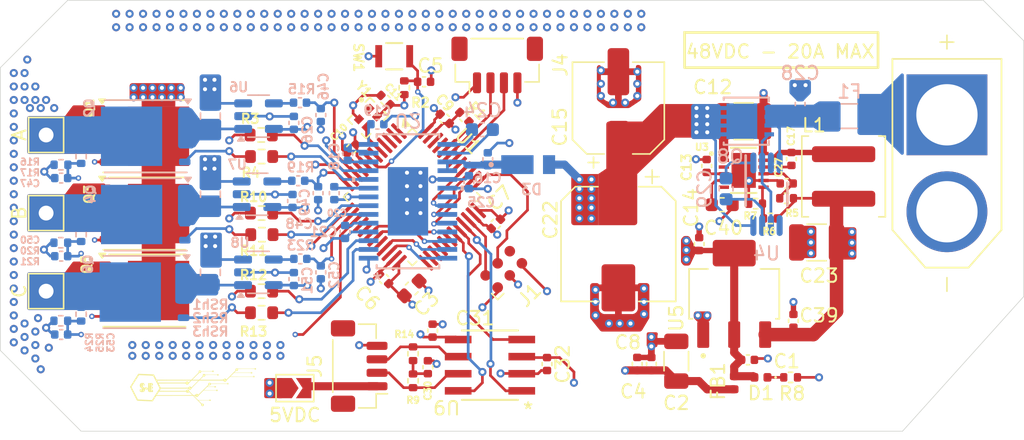
<source format=kicad_pcb>
(kicad_pcb (version 20240108) (generator "pcbnew") (generator_version "8.0")
  (layers (0 "F.Cu" signal) (1 "In1.Cu" signal) (2 "In2.Cu" signal) (31 "B.Cu" signal) (34 "B.Paste" user) (35 "F.Paste" user) (36 "B.SilkS" user "B.Silkscreen") (37 "F.SilkS" user "F.Silkscreen") (38 "B.Mask" user) (39 "F.Mask" user) (44 "Edge.Cuts" user))
  (net 0 "")
  (net 1 "+3.3V")
  (net 2 "GND")
  (net 3 "+3.3VA")
  (net 4 "NRST")
  (net 5 "Phase A")
  (net 6 "Net-(U2-CA)")
  (net 7 "Net-(U2-VREG)")
  (net 8 "Phase B")
  (net 9 "Net-(U2-CB)")
  (net 10 "Net-(U2-CC)")
  (net 11 "Phase C")
  (net 12 "+24V")
  (net 13 "+5V")
  (net 14 "SWDIO")
  (net 16 "SWCLK")
  (net 17 "Net-(Q1-G)")
  (net 18 "Net-(Q2-G)")
  (net 19 "Net-(U6-+)")
  (net 20 "Net-(Q3-G)")
  (net 21 "Net-(U7-+)")
  (net 22 "Net-(Q4-G)")
  (net 23 "Net-(Q5-G)")
  (net 24 "Net-(U8-+)")
  (net 25 "Net-(Q6-G)")
  (net 29 "ENC_A")
  (net 30 "ENC_B")
  (net 31 "PhaseA_Q2")
  (net 35 "BOOT0")
  (net 36 "PhaseC_Q2")
  (net 37 "CAN_STBY")
  (net 38 "PhaseA_Q1")
  (net 40 "Net-(U3-SS)")
  (net 42 "ADC_IPH_A")
  (net 43 "PhaseC_Q1")
  (net 44 "PhaseB_Q2")
  (net 46 "Net-(U1-PD0)")
  (net 49 "Net-(U3-VCC)")
  (net 50 "ADC_VPhaseB")
  (net 51 "ADC_VPhaseA")
  (net 53 "Net-(U3-LX)")
  (net 56 "ADC_IPH_B")
  (net 57 "ADC_VPhaseC")
  (net 58 "ADC_IPH_C")
  (net 61 "PhaseB_Q1")
  (net 63 "GateL_C")
  (net 64 "Net-(U2-CP2)")
  (net 65 "DRV_FAULT")
  (net 66 "GateL_B")
  (net 67 "Net-(D3-K)")
  (net 69 "GateH_B")
  (net 70 "Net-(U2-CP1)")
  (net 71 "GateH_C")
  (net 72 "GateH_A")
  (net 73 "GateL_A")
  (net 74 "Net-(R15-Pad1)")
  (net 75 "Net-(R19-Pad1)")
  (net 76 "Net-(R23-Pad1)")
  (net 78 "Net-(U3-BST)")
  (net 79 "Net-(U3-EXTVCC)")
  (net 80 "CAN_RX")
  (net 81 "CAN_TX")
  (net 83 "Net-(U3-FB)")
  (net 85 "Net-(U4-VCAPL)")
  (net 86 "Net-(U4-VCAPH)")
  (net 87 "Net-(U4-GATE_DRIVE)")
  (net 90 "Net-(U4-ANODE)")
  (net 91 "Net-(C30-Pad1)")
  (net 92 "+BATT")
  (net 93 "CANH")
  (net 94 "CANL")
  (net 95 "Net-(D1-K)")
  (net 96 "Net-(J5-Pin_1)")
  (footprint "PowerConversion:ADP3338AKCz-3.3" (layer "F.Cu") (at 164.5 69.8 90)
    (property "Reference" "U5")
    (property "Value" "ADP3338AKCZ-3.3-RL")
  )
  (footprint "Capacitor_SMD:CP_Elec_8x10" (layer "F.Cu") (at 155.9 66.1 -90)
    (property "Reference" "C22")
    (property "Value" "100u")
  )
  (footprint "Capacitor_SMD:C_1206_3216Metric" (layer "F.Cu") (at 160.2 74.8 90)
    (property "Reference" "C2")
    (property "Value" "2u2")
  )
  (footprint "LOGO" (layer "F.Cu") (at 124 77)
    (property "Reference" "G***" (hide yes))
    (property "Value" "LOGO" (hide yes))
  )
  (footprint "Package_TO_SOT_SMD:TDSON-8-1" (layer "F.Cu") (at 120.695 58.095)
    (property "Reference" "Q1")
    (property "Value" "CSD18540Q5B")
  )
  (footprint "Connector_Molex:Molex_Pico-Clasp_501331-0407_1x04-1MP_P1.00mm_Vertical" (layer "F.Cu") (at 146.9 52.8)
    (property "Reference" "J4")
    (property "Value" "Encoder")
  )
  (footprint "Capacitor_SMD:C_0402_1005Metric" (layer "F.Cu") (at 138.6 55.4 135)
    (property "Reference" "C11")
    (property "Value" "10n")
  )
  (footprint "Capacitor_SMD:CP_Elec_6.3x7.7" (layer "F.Cu") (at 155.9 56 90)
    (property "Reference" "C15")
    (property "Value" "27u")
  )
  (footprint "Connector_Pin:Pin_D1.1mm_L8.5mm_W2.5mm_FlatFork" (layer "F.Cu") (at 113.4 69.6)
    (property "Reference" "C")
    (property "Value" "C")
  )
  (footprint "Resistor_SMD:R_0402_1005Metric" (layer "F.Cu") (at 167.19 64.2 180)
    (property "Reference" "R6")
    (property "Value" "105k")
  )
  (footprint "Resistor_SMD:R_0402_1005Metric" (layer "F.Cu") (at 140 54.49 90)
    (property "Reference" "R2")
    (property "Value" "10k")
  )
  (footprint "Capacitor_SMD:C_0402_1005Metric" (layer "F.Cu") (at 150.6 75.01 -90)
    (property "Reference" "C32")
    (property "Value" "100n")
  )
  (footprint "Resistor_SMD:R_0402_1005Metric" (layer "F.Cu") (at 140.65 76.255 90)
    (property "Reference" "R9")
    (property "Value" "60R")
  )
  (footprint "Interfaces:MCP2562FD-ESN" (layer "F.Cu") (at 146.3622 75.095 180)
    (property "Reference" "U9")
    (property "Value" "MCP2562FD-E/SN")
  )
  (footprint "Capacitor_SMD:C_0603_1608Metric" (layer "F.Cu") (at 140.551992 69.398008 45)
    (property "Reference" "C3")
    (property "Value" "4.7u")
  )
  (footprint "Connector_Pin:Pin_D1.1mm_L8.5mm_W2.5mm_FlatFork" (layer "F.Cu") (at 113.4 58)
    (property "Reference" "A")
    (property "Value" "A")
  )
  (footprint "MountingHole:MountingHole_3.2mm_M3_DIN965" (layer "F.Cu") (at 116.5 76)
    (property "Reference" "H3" (hide yes))
    (property "Value" "MountingHole")
  )
  (footprint "Package_QFP:LQFP-48_7x7mm_P0.5mm" (layer "F.Cu") (at 140.6 62.6 -45)
    (property "Reference" "U1")
    (property "Value" "STM32F103C8Tx")
  )
  (footprint "Capacitor_SMD:C_0402_1005Metric" (layer "F.Cu") (at 157.3 75 90)
    (property "Reference" "C4")
    (property "Value" "100n")
  )
  (footprint "Package_TO_SOT_SMD:TDSON-8-1" (layer "F.Cu") (at 120.7 63.835)
    (property "Reference" "Q3")
    (property "Value" "CSD18540Q5B")
  )
  (footprint "Capacitor_SMD:C_0402_1005Metric" (layer "F.Cu") (at 141.75 75.245 90)
    (property "Reference" "C30")
    (property "Value" "C")
  )
  (footprint "Capacitor_SMD:C_0402_1005Metric" (layer "F.Cu") (at 138.5 68.7 135)
    (property "Reference" "C6")
    (property "Value" "100n")
  )
  (footprint "Connector_Pin:Pin_D1.1mm_L8.5mm_W2.5mm_FlatFork" (layer "F.Cu") (at 113.4 63.8)
    (property "Reference" "B")
    (property "Value" "B")
  )
  (footprint "Resistor_SMD:R_0603_1608Metric" (layer "F.Cu") (at 129.4 71.2 180)
    (property "Reference" "R13")
    (property "Value" "10")
  )
  (footprint "Resistor_SMD:R_0603_1608Metric" (layer "F.Cu") (at 129.4 69.6 180)
    (property "Reference" "R12")
    (property "Value" "10")
  )
  (footprint "Inductor_SMD:L_0402_1005Metric" (layer "F.Cu") (at 164.5 76.4 -90)
    (property "Reference" "FB1")
    (property "Value" "ACML-0402-050-T" (hide yes))
  )
  (footprint "Capacitor_SMD:C_0402_1005Metric" (layer "F.Cu") (at 168.4 61.6 180)
    (property "Reference" "C27")
    (property "Value" "100n")
  )
  (footprint "Capacitor_SMD:C_0402_1005Metric" (layer "F.Cu") (at 141.47 54.05 180)
    (property "Reference" "C5")
    (property "Value" "100n")
  )
  (footprint "Resistor_SMD:R_0402_1005Metric" (layer "F.Cu") (at 168.39 62.7 180)
    (property "Reference" "R5")
    (property "Value" "4k7")
  )
  (footprint "Capacitor_SMD:C_0603_1608Metric" (layer "F.Cu") (at 163.607318 63.18)
    (property "Reference" "C14")
    (property "Value" "2u2")
  )
  (footprint "Other:NANOT100AS" (layer "F.Cu") (at 139.25 52.15 180)
    (property "Reference" "SW1")
    (property "Value" "NRST")
  )
  (footprint "Capacitor_SMD:C_0402_1005Metric" (layer "F.Cu") (at 165.52 74.7)
    (property "Reference" "C1")
    (property "Value" "100n")
  )
  (footprint "Resistor_SMD:R_0402_1005Metric" (layer "F.Cu") (at 168.69 76)
    (property "Reference" "R8")
    (property "Value" "50R")
  )
  (footprint "Connector:Tag-Connect_TC2030-IDC-NL_2x03_P1.27mm_Vertical" (layer "F.Cu") (at 147.385528 67.977631 45)
    (property "Reference" "J1")
    (property "Value" "TagConnect_TC2030")
  )
  (footprint "MountingHole:MountingHole_3.2mm_M3_DIN965" (layer "F.Cu") (at 177.5 73.5)
    (property "Reference" "H1" (hide yes))
    (property "Value" "MountingHole")
  )
  (footprint "Capacitor_SMD:C_0402_1005Metric" (layer "F.Cu") (at 143 56.8 -45)
    (property "Reference" "C9")
    (property "Value" "100n")
  )
  (footprint "Oscillators:OSC_ECS-1612MV-080-CN-TR-4" (layer "F.Cu") (at 137.306066 56.728249 -45)
    (property "Reference" "Y1")
    (property "Value" "ECS-1612MV-080-CN-TR")
  )
  (footprint "Connectors:AMASS_XT60-M" (layer "F.Cu") (at 180.3 60.1 -90)
    (property "Reference" "J3" (hide yes))
    (property "Value" "Conn_01x02")
  )
  (footprint "Capacitor_SMD:C_0402_1005Metric" (layer "F.Cu") (at 142.1 72.53 -90)
    (property "Reference" "C31")
    (property "Value" "100n")
  )
  (footprint "Package_TO_SOT_SMD:TDSON-8-1" (layer "F.Cu") (at 120.7 69.55)
    (property "Reference" "Q5")
    (property "Value" "CSD18540Q5B")
  )
  (footprint "Capacitor_SMD:C_0402_1005Metric" (layer "F.Cu") (at 168.75 59.78 90)
    (property "Reference" "C17")
    (property "Value" "100n")
  )
  (footprint "Resistor_SMD:R_0603_1608Metric" (layer "F.Cu") (at 129.4 59.6 180)
    (property "Reference" "R4")
    (property "Value" "10")
  )
  (footprint "PowerConversion:MAX17643" (layer "F.Cu") (at 165.205518 60.63)
    (property "Reference" "U3")
    (property "Value" "MAX17643ATC+")
  )
  (footprint "Jumper:SolderJumper-2_P1.3mm_Open_TrianglePad1.0x1.5mm" (layer "F.Cu") (at 131.875 76.8)
    (property "Reference" "5VDC")
    (property "Value" "Jumper_2_Open")
  )
  (footprint "Capacitor_SMD:C_0402_1005Metric" (layer "F.Cu") (at 136.060589 59.039411 45)
    (property "Reference" "C10")
    (property "Value" "10n")
  )
  (footprint "Resistor_SMD:R_0603_1608Metric" (layer "F.Cu") (at 129.4 63.8 180)
    (property "Reference" "R10")
    (property "Value" "10")
  )
  (footprint "Inductor_SMD:L_Coilcraft_XAL5050-XXX" (layer "F.Cu") (at 172.625 61.08 -90)
    (property "Reference" "L1")
    (property "Value" "10uH")
  )
  (footprint "Capacitor_SMD:C_0402_1005Metric" (layer "F.Cu") (at 146.8 64.6 -135)
    (property "Reference" "C7")
    (property "Value" "100n")
  )
  (footprint "Capacitor_SMD:C_0402_1005Metric" (layer "F.Cu") (at 158.35 75 90)
    (property "Reference" "C8")
    (property "Value" "1u")
  )
  (footprint "Resistor_SMD:R_0603_1608Metric" (layer "F.Cu") (at 129.375 58 180)
    (property "Reference" "R3")
    (property "Value" "10")
  )
  (footprint "Capacitor_SMD:C_1210_3225Metric" (layer "F.Cu") (at 170.625 65.98 180)
    (property "Reference" "C23")
    (property "Value" "22u")
  )
  (footprint "Resistor_SMD:R_0402_1005Metric" (layer "F.Cu") (at 140.65 74.245 90)
    (property "Reference" "R14")
    (property "Value" "60R")
  )
  (footprint "Capacitor_SMD:C_0402_1005Metric" (layer "F.Cu") (at 161.9 66.1 -90)
    (property "Reference" "C40")
    (property "Value" "1u")
  )
  (footprint "Capacitor_SMD:C_0402_1005Metric" (layer "F.Cu") (at 162.457318 60.3 90)
    (property "Reference" "C13")
    (property "Value" "5n6")
  )
  (footprint "Capacitor_SMD:C_0402_1005Metric" (layer "F.Cu") (at 144.460589 56.660589 135)
    (property "Reference" "R1")
    (property "Value" "1k")
  )
  (footprint "MountingHole:MountingHole_3.2mm_M3_DIN965" (layer "F.Cu") (at 115.5 52.5)
    (property "Reference" "H2" (hide yes))
    (property "Value" "MountingHole")
  )
  (footprint "Capacitor_SMD:C_0402_1005Metric" (layer "F.Cu") (at 168.9 71.8 90)
    (property "Reference" "C39")
    (property "Value" "1u")
  )
  (footprint "Resistor_SMD:R_0402_1005Metric" (layer "F.Cu") (at 166.09 63.1 180)
    (property "Reference" "R7")
    (property "Value" "23k2")
  )
  (footprint "Capacitor_SMD:C_1210_3225Metric" (layer "F.Cu") (at 165.207318 56.98)
    (property "Reference" "C12")
    (property "Value" "2u2")
  )
  (footprint "Connector_Molex:Molex_Pico-Clasp_501331-0407_1x04-1MP_P1.00mm_Vertical" (layer "F.Cu") (at 136.65 75.16 90)
    (property "Reference" "J5")
    (property "Value" "CAN")
  )
  (footprint "LED_SMD:LED_0402_1005Metric" (layer "F.Cu") (at 166.485 76 180)
    (property "Reference" "D1")
    (property "Value" "LED")
  )
  (footprint "Resistor_SMD:R_0603_1608Metric" (layer "F.Cu") (at 129.425 65.4 180)
    (property "Reference" "R11")
    (property "Value" "10")
  )
  (footprint "MotorDrivers:A4919GLPTR-T_ALM" (layer "B.Cu") (at 140.273651 62.924998)
    (property "Reference" "U2")
    (property "Value" "A4919GLPTR-T" (hide yes))
  )
  (footprint "Capacitor_SMD:C_0402_1005Metric" (layer "B.Cu") (at 132.125 61.4)
    (property "Reference" "R19")
    (property "Value" "1k")
  )
  (footprint "Resistor_SMD:R_0805_2012Metric" (layer "B.Cu") (at 125.6 68.2 90)
    (property "Reference" "RSh3")
    (property "Value" "2mR")
  )
  (footprint "Resistor_SMD:R_0402_1005Metric" (layer "B.Cu") (at 116 71.31 90)
    (property "Reference" "R24")
    (property "Value" "12k7")
  )
  (footprint "Capacitor_SMD:C_0402_1005Metric" (layer "B.Cu") (at 144.8 61.5 -90)
    (property "Reference" "C25")
    (property "Value" "100n")
  )
  (footprint "Package_TO_SOT_SMD:SOT-23-5" (layer "B.Cu") (at 129.175 56.6)
    (property "Reference" "U6")
    (property "Value" "INA180B3")
  )
  (footprint "Capacitor_SMD:C_0402_1005Metric" (layer "B.Cu") (at 134.8 62.32 90)
    (property "Reference" "C20")
    (property "Value" "39n")
  )
  (footprint "Capacitor_SMD:C_0603_1608Metric" (layer "B.Cu") (at 145.8 57.6 180)
    (property "Reference" "C24")
    (property "Value" "470n")
  )
  (footprint "Capacitor_SMD:C_0402_1005Metric" (layer "B.Cu") (at 114.52 72.818001 180)
    (property "Reference" "C53")
    (property "Value" "1n")
  )
  (footprint "Capacitor_SMD:C_0402_1005Metric" (layer "B.Cu") (at 131.7 62.9 -90)
    (property "Reference" "C48")
    (property "Value" "100n")
  )
  (footprint "Resistor_SMD:R_0805_2012Metric" (layer "B.Cu") (at 125.6 56.6 90)
    (property "Reference" "RSh1")
    (property "Value" "2mR")
  )
  (footprint "Capacitor_SMD:C_0402_1005Metric" (layer "B.Cu") (at 114.52 61.2 180)
    (property "Reference" "C47")
    (property "Value" "1n")
  )
  (footprint "Resistor_SMD:R_0402_1005Metric" (layer "B.Cu") (at 114.49 66)
    (property "Reference" "R21")
    (property "Value" "2k")
  )
  (footprint "Package_TO_SOT_SMD:TDSON-8-1" (layer "B.Cu") (at 120.795 58.095 180)
    (property "Reference" "Q2")
    (property "Value" "CSD18540Q5B" (hide yes))
  )
  (footprint "Capacitor_SMD:C_0402_1005Metric" (layer "B.Cu") (at 146.2 59.8 90)
    (property "Reference" "C16")
    (property "Value" "1u")
  )
  (footprint "Other:DIO_SS12LS_RVG" (layer "B.Cu") (at 149.2 60.2)
    (property "Reference" "D3")
    (property "Value" "SS12FP")
  )
  (footprint "Capacitor_SMD:C_0402_1005Metric" (layer "B.Cu") (at 138 57.2)
    (property "Reference" "C19")
    (property "Value" "1u5")
  )
  (footprint "Capacitor_SMD:C_0402_1005Metric" (layer "B.Cu") (at 132.28 67.2)
    (property "Reference" "R23")
    (property "Value" "1k")
  )
  (footprint "Capacitor_SMD:C_0402_1005Metric" (layer "B.Cu") (at 169.4 55.7 90)
    (property "Reference" "C28")
    (property "Value" "100p")
  )
  (footprint "Package_TO_SOT_SMD:SOT-23-5" (layer "B.Cu") (at 129.0625 62.4)
    (property "Reference" "U7")
    (property "Value" "INA180B3")
  )
  (footprint "Resistor_SMD:R_0402_1005Metric" (layer "B.Cu") (at 114.504142 60.212989)
    (property "Reference" "R17")
    (property "Value" "2k")
  )
  (footprint "Package_TO_SOT_SMD:TDSON-8-1" (layer "B.Cu") (at 120.8 63.905 180)
    (property "Reference" "Q4")
    (property "Value" "CSD18540Q5B" (hide yes))
  )
  (footprint "Capacitor_SMD:C_0402_1005Metric" (layer "B.Cu") (at 133.8 68.2 -90)
    (property "Reference" "C52")
    (property "Value" "1n")
  )
  (footprint "Capacitor_SMD:C_0402_1005Metric" (layer "B.Cu") (at 132.255 55.6)
    (property "Reference" "R15")
    (property "Value" "1k")
  )
  (footprint "Package_TO_SOT_SMD:SOT-23-5" (layer "B.Cu") (at 129.1625 68.2)
    (property "Reference" "U8")
    (property "Value" "INA180B3")
  )
  (footprint "Fuse:Fuse_1206_3216Metric" (layer "B.Cu") (at 173.05 56.6 180)
    (property "Reference" "F1")
    (property "Value" "Fuse")
  )
  (footprint "Capacitor_SMD:C_0603_1608Metric" (layer "B.Cu") (at 163.9 62 90)
    (property "Reference" "C29")
    (property "Value" "2u2")
  )
  (footprint "Capacitor_SMD:C_0402_1005Metric" (layer "B.Cu") (at 133.6 62.32 -90)
    (property "Reference" "C49")
    (property "Value" "1n")
  )
  (footprint "Resistor_SMD:R_0402_1005Metric" (layer "B.Cu") (at 116 65.4 90)
    (property "Reference" "R20")
    (property "Value" "12k7")
  )
  (footprint "Capacitor_SMD:C_0402_1005Metric" (layer "B.Cu") (at 131.8 68.7 -90)
    (property "Reference" "C51")
    (property "Value" "100n")
  )
  (footprint "Circuit Protection:LM74610QDGKRQ1" (layer "B.Cu") (at 166.9 62.4 -90)
    (property "Reference" "U4")
    (property "Value" "LM74610QDGKRQ1")
  )
  (footprint "Circuit Protection:PXN012-60QLJ" (layer "B.Cu") (at 165.3982 56.974999 180)
    (property "Reference" "Q8")
    (property "Value" "PXN012-60QLJ")
  )
  (footprint "Resistor_SMD:R_0805_2012Metric" (layer "B.Cu") (at 125.6 62.4 90)
    (property "Reference" "RSh2")
    (property "Value" "2mR")
  )
  (footprint "Package_TO_SOT_SMD:TDSON-8-1" (layer "B.Cu") (at 120.7 69.665 180)
    (property "Reference" "Q6")
    (property "Value" "CSD18540Q5B" (hide yes))
  )
  (footprint "Capacitor_SMD:C_0402_1005Metric" (layer "B.Cu") (at 114.52 67 180)
    (property "Reference" "C50")
    (property "Value" "1n")
  )
  (footprint "Capacitor_SMD:C_0402_1005Metric" (layer "B.Cu") (at 135.6 65.2 90)
    (property "Reference" "C21")
    (property "Value" "39n")
  )
  (footprint "Capacitor_SMD:C_0402_1005Metric" (layer "B.Cu") (at 131.8 57.1 -90)
    (property "Reference" "C26")
    (property "Value" "100n")
  )
  (footprint "Resistor_SMD:R_0402_1005Metric" (layer "B.Cu") (at 114.49 71.8)
    (property "Reference" "R25")
    (property "Value" "2k")
  )
  (footprint "Capacitor_SMD:C_0402_1005Metric" (layer "B.Cu") (at 135.8 59.4 90)
    (property "Reference" "C18")
    (property "Value" "39n")
  )
  (footprint "Resistor_SMD:R_0402_1005Metric" (layer "B.Cu") (at 116 59.6 90)
    (property "Reference" "R16")
    (property "Value" "12k7")
  )
  (footprint "Capacitor_SMD:C_0402_1005Metric" (layer "B.Cu") (at 133.8 56.52 -90)
    (property "Reference" "C46")
    (property "Value" "1n")
  )
  (gr_rect (start 160.817312 50.387872) (end 175.182688 53) (stroke (width 0.2)) (fill none) (layer "F.SilkS"))
  (gr_line (start 186 70) (end 186 51) (stroke (width 0.05)) (layer "Edge.Cuts"))
  (gr_line (start 115 48) (end 110 53) (stroke (width 0.05)) (layer "Edge.Cuts"))
  (gr_line (start 110 53) (end 110 56) (stroke (width 0.05)) (layer "Edge.Cuts"))
  (gr_line (start 186 51) (end 183 48) (stroke (width 0.05)) (layer "Edge.Cuts"))
  (gr_line (start 110 56) (end 110 74) (stroke (width 0.05)) (layer "Edge.Cuts"))
  (gr_line (start 183 48) (end 115 48) (stroke (width 0.05)) (layer "Edge.Cuts"))
  (gr_line (start 177 80) (end 186 70) (stroke (width 0.05)) (layer "Edge.Cuts"))
  (gr_line (start 110 74) (end 116 80) (stroke (width 0.05)) (layer "Edge.Cuts"))
  (gr_line (start 116 80) (end 177 80) (stroke (width 0.05)) (layer "Edge.Cuts"))
  (gr_text "48VDC - 20A MAX" (at 160.817312 52.387872 0) (layer "F.SilkS") (effects (font (size 1 1)) (justify left bottom)))
  (segment (start 142.24974 56.871438) (end 142.660589 56.460589) (width 0.2) (layer "F.Cu") (net 1))
  (segment (start 144 73.19) (end 143.82 73.01) (width 0.2) (layer "F.Cu") (net 1))
  (segment (start 139.601212 68.27761) (end 138.839411 69.039411) (width 0.2) (layer "F.Cu") (net 1))
  (segment (start 141.598788 57.712124) (end 141.598788 57.697174) (width 0.2) (layer "F.Cu") (net 1))
  (segment (start 161.9 66.58) (end 163.805 66.58) (width 0.4) (layer "F.Cu") (net 1))
  (segment (start 138.056639 56.622183) (end 138.939411 55.739411) (width 0.2) (layer "F.Cu") (net 1))
  (segment (start 164.5 75.915) (end 165.915 75.915) (width 0.6) (layer "F.Cu") (net 1))
  (segment (start 164.5 75.2) (end 164.5 75.915) (width 0.6) (layer "F.Cu") (net 1))
  (segment (start 140.6 70.542032) (end 140.003984 69.946016) (width 0.2) (layer "F.Cu") (net 1))
  (segment (start 140 55.8) (end 140 55) (width 0.2) (layer "F.Cu") (net 1))
  (segment (start 145.8 70.8) (end 146.936515 69.663485) (width 0.2) (layer "F.Cu") (net 1))
  (segment (start 145.487876 63.598788) (end 146.47761 63.598788) (width 0.2) (layer "F.Cu") (net 1))
  (segment (start 160.95 66.55) (end 160.98 66.58) (width 0.4) (layer "F.Cu") (net 1))
  (segment (start 147.75 63.65) (end 147.139411 64.260589) (width 0.2) (layer "F.Cu") (net 1))
  (segment (start 143.8 55.2) (end 144.4 55.2) (width 0.2) (layer "F.Cu") (net 1))
  (segment (start 164.5 72.825) (end 164.5 66.775) (width 0.6) (layer "F.Cu") (net 1))
  (segment (start 142.660589 56.460589) (end 142.2 56) (width 0.2) (layer "F.Cu") (net 1))
  (segment (start 139.746016 69.946016) (end 138.839411 69.039411) (width 0.2) (layer "F.Cu") (net 1))
  (segment (start 141.2 72.8) (end 141.41 73.01) (width 0.2) (layer "F.Cu") (net 1))
  (segment (start 146.47761 63.598788) (end 147.139411 64.260589) (width 0.2) (layer "F.Cu") (net 1))
  (segment (start 164.5 72.825) (end 164.5 74.16) (width 0.6) (layer "F.Cu") (net 1))
  (segment (start 139 55.8) (end 138.939411 55.739411) (width 0.2) (layer "F.Cu") (net 1))
  (segment (start 140 55.8) (end 139 55.8) (width 0.2) (layer "F.Cu") (net 1))
  (segment (start 143.82 73.01) (end 142.1 73.01) (width 0.2) (layer "F.Cu") (net 1))
  (segment (start 144.4 55.2) (end 145.4 54.2) (width 0.2) (layer "F.Cu") (net 1))
  (segment (start 137.977817 56.622183) (end 138.056639 56.622183) (width 0.2) (layer "F.Cu") (net 1))
  (segment (start 146.936515 69.663485) (end 146.936515 69.324669) (width 0.2) (layer "F.Cu") (net 1))
  (segment (start 141.598788 57.697174) (end 142.24974 57.046222) (width 0.2) (layer "F.Cu") (net 1))
  (segment (start 141.41 73.01) (end 142.1 73.01) (width 0.2) (layer "F.Cu") (net 1))
  (segment (start 165 74.7) (end 164.5 75.2) (width 0.6) (layer "F.Cu") (net 1))
  (segment (start 139.601212 67.487876) (end 139.601212 68.27761) (width 0.2) (layer "F.Cu") (net 1))
  (segment (start 140.003984 69.946016) (end 139.746016 69.946016) (width 0.2) (layer "F.Cu") (net 1))
  (segment (start 140.6 70.6) (end 140.6 70.542032) (width 0.2) (layer "F.Cu") (net 1))
  (segment (start 165.04 74.7) (end 165 74.7) (width 0.6) (layer "F.Cu") (net 1))
  (segment (start 142.24974 57.046222) (end 142.24974 56.871438) (width 0.2) (layer "F.Cu") (net 1))
  (segment (start 147.75 63.6) (end 147.75 63.65) (width 0.2) (layer "F.Cu") (net 1))
  (segment (start 164.5 74.16) (end 165.04 74.7) (width 0.6) (layer "F.Cu") (net 1))
  (segment (start 165.915 75.915) (end 166 76) (width 0.6) (layer "F.Cu") (net 1))
  (via (at 160.95 65.85) (size 0.6) (drill 0.3) (layers "F.Cu" "B.Cu") (net 1))
  (via (at 143.8 55.2) (size 0.6) (drill 0.3) (layers "F.Cu" "B.Cu") (net 1))
  (via (at 160.95 66.55) (size 0.6) (drill 0.3) (layers "F.Cu" "B.Cu") (net 1))
  (via (at 140.6 70.6) (size 0.6) (drill 0.3) (layers "F.Cu" "B.Cu") (net 1))
  (via (at 142.2 56) (size 0.6) (drill 0.3) (layers "F.Cu" "B.Cu") (net 1))
  (via (at 160.95 67.25) (size 0.6) (drill 0.3) (layers "F.Cu" "B.Cu") (net 1))
  (via (at 141.2 72.8) (size 0.6) (drill 0.3) (layers "F.Cu" "B.Cu") (net 1))
  (via (at 146.2 62) (size 0.6) (drill 0.3) (layers "F.Cu" "B.Cu") (net 1))
  (via (at 147.75 63.6) (size 0.6) (drill 0.3) (layers "F.Cu" "B.Cu") (net 1))
  (via (at 145.8 70.8) (size 0.6) (drill 0.3) (layers "F.Cu" "B.Cu") (net 1))
  (via (at 140 55.8) (size 0.6) (drill 0.3) (layers "F.Cu" "B.Cu") (net 1))
  (segment (start 144.82 62) (end 144.8 61.98) (width 0.2) (layer "B.Cu") (net 1))
  (segment (start 146.2 62) (end 144.82 62) (width 0.2) (layer "B.Cu") (net 1))
  (segment (start 143.2 61.949999) (end 144.669999 61.949999) (width 0.2) (layer "B.Cu") (net 1))
  (segment (start 136.483655 58.804833) (end 136.483655 59.544315) (width 0.2) (layer "F.Cu") (net 2))
  (segment (start 136.2 57.8) (end 136.339411 57.939411) (width 0.2) (layer "F.Cu") (net 2))
  (segment (start 167 74.6) (end 166.1 74.6) (width 0.2) (layer "F.Cu") (net 2))
  (segment (start 166.1 74.6) (end 166 74.7) (width 0.2) (layer "F.Cu") (net 2))
  (segment (start 145.134322 63.952342) (end 145.88198 64.7) (width 0.2) (layer "F.Cu") (net 2))
  (segment (start 145.88198 64.7) (end 146.1 64.7) (width 0.2) (layer "F.Cu") (net 2))
  (segment (start 163.4 64.4) (end 164.382318 63.417682) (width 0.2) (layer "F.Cu") (net 2))
  (segment (start 136.339411 57.939411) (end 136.339411 58.660589) (width 0.2) (layer "F.Cu") (net 2))
  (segment (start 150.6 69.6) (end 148.732566 67.732566) (width 0.2) (layer "F.Cu") (net 2))
  (segment (start 148.7044 75.71) (end 148.7244 75.73) (width 0.2) (layer "F.Cu") (net 2))
  (segment (start 142.165 74.765) (end 141.75 74.765) (width 0.2) (layer "F.Cu") (net 2))
  (segment (start 146.460589 64.939411) (end 146.460589 64.960589) (width 0.2) (layer "F.Cu") (net 2))
  (segment (start 142.11 72.06) (end 142.1 72.05) (width 0.2) (layer "F.Cu") (net 2))
  (segment (start 146.339411 64.939411) (end 146.460589 64.939411) (width 0.2) (layer "F.Cu") (net 2))
  (segment (start 149.93 75.73) (end 148.7244 75.73) (width 0.2) (layer "F.Cu") (net 2))
  (segment (start 138.260589 55.060589) (end 136.939411 55.060589) (width 0.2) (layer "F.Cu") (net 2))
  (segment (start 138.160589 68.360589) (end 138.039411 68.360589) (width 0.2) (layer "F.Cu") (net 2))
  (segment (start 142.878609 57.139411) (end 143.339411 57.139411) (width 0.2) (layer "F.Cu") (net 2))
  (segment (start 144.121178 56.357644) (end 143.339411 57.139411) (width 0.2) (layer "F.Cu") (net 2))
  (segment (start 136.339411 58.660589) (end 136.483655 58.804833) (width 0.2) (layer "F.Cu") (net 2))
  (segment (start 165.58 63.1) (end 165.58 61.531305) (width 0.2) (layer "F.Cu") (net 2))
  (segment (start 168.9 70.4) (end 168.9 71.32) (width 0.4) (layer "F.Cu") (net 2))
  (segment (start 136.2 56.4) (end 136.2 55.8) (width 0.2) (layer "F.Cu") (net 2))
  (segment (start 138.160589 68.221391) (end 138.160589 68.360589) (width 0.2) (layer "F.Cu") (net 2))
  (segment (start 142.4 75) (end 142.165 74.765) (width 0.2) (layer "F.Cu") (net 2))
  (segment (start 142 54) (end 141.95 54.05) (width 0.2) (layer "F.Cu") (net 2))
  (segment (start 165.58 61.531305) (end 165.6 61.511305) (width 0.2) (layer "F.Cu") (net 2))
  (segment (start 150.6 75.49) (end 150.17 75.49) (width 0.2) (layer "F.Cu") (net 2))
  (segment (start 142.85 72.06) (end 142.11 72.06) (width 0.2) (layer "F.Cu") (net 2))
  (segment (start 141.952342 58.065678) (end 142.878609 57.139411) (width 0.2) (layer "F.Cu") (net 2))
  (segment (start 141.1 68.85) (end 141.8 69.55) (width 0.2) (layer "F.Cu") (net 2))
  (segment (start 136.634315 56.834315) (end 136.2 56.4) (width 0.2) (layer "F.Cu") (net 2))
  (segment (start 165.6 61.511305) (end 165.731304 61.380001) (width 0.2) (layer "F.Cu") (net 2))
  (segment (start 136.483655 59.544315) (end 137.126338 60.186998) (width 0.2) (layer "F.Cu") (net 2))
  (segment (start 138.1 52.15) (end 137.35 52.15) (width 0.2) (layer "F.Cu") (net 2))
  (segment (start 167.92 61.6) (end 167.700001 61.380001) (width 0.2) (layer "F.Cu") (net 2))
  (segment (start 166.682318 54.882318) (end 166.682318 56.98) (width 0.6) (layer "F.Cu") (net 2))
  (segment (start 161.677318 59.82) (end 161.657318 59.8) (width 0.2) (layer "F.Cu") (net 2))
  (segment (start 148.4 55.6) (end 148.4 54.2) (width 0.2) (layer "F.Cu") (net 2))
  (segment (start 147.15 75.71) (end 148.7044 75.71) (width 0.2) (layer "F.Cu") (net 2))
  (segment (start 142 53.2) (end 142 54) (width 0.2) (layer "F.Cu") (net 2))
  (segment (start 144.121178 56.321178) (end 144.121178 56.357644) (width 0.2) (layer "F.Cu") (net 2))
  (segment (start 146.1 64.7) (end 146.339411 64.939411) (width 0.2) (layer "F.Cu") (net 2))
  (segment (start 143.339411 57.139411) (end 143.8 57.6) (width 0.2) (layer "F.Cu") (net 2))
  (segment (start 148.732566 67.732566) (end 148.732566 67.528618) (width 0.2) (layer "F.Cu") (net 2))
  (segment (start 165.731304 61.380001) (end 166.678718 61.380001) (width 0.2) (layer "F.Cu") (net 2))
  (segment (start 139.247658 67.134322) (end 138.160589 68.221391) (width 0.2) (layer "F.Cu") (net 2))
  (segment (start 161.9 65.62) (end 161.9 64.8) (width 0.4) (layer "F.Cu") (net 2))
  (segment (start 146.460589 64.960589) (end 146.9 65.4) (width 0.2) (layer "F.Cu") (net 2))
  (segment (start 162.457318 59.82) (end 161.677318 59.82) (width 0.2) (layer "F.Cu") (net 2))
  (segment (start 157.3 74.52) (end 158.35 74.52) (width 0.4) (layer "F.Cu") (net 2))
  (segment (start 136.939411 55.060589) (end 136.2 55.8) (width 0.2) (layer "F.Cu") (net 2))
  (segment (start 136.65 73.61) (end 137.975 73.61) (width 0.2) (layer "F.Cu") (net 2))
  (segment (start 164.382318 63.417682) (end 164.382318 63.18) (width 0.2) (layer "F.Cu") (net 2))
  (segment (start 167.700001 61.380001) (end 166.678718 61.380001) (width 0.2) (layer "F.Cu") (net 2))
  (segment (start 150.17 75.49) (end 149.93 75.73) (width 0.2) (layer "F.Cu") (net 2))
  (segment (start 169.2 76) (end 170.8 76) (width 0.2) (layer "F.Cu") (net 2))
  (segment (start 138.039411 68.360589) (end 137.5 68.9) (width 0.2) (layer "F.Cu") (net 2))
  (via (at 142.6 50) (size 0.6) (drill 0.3) (layers "F.Cu" "B.Cu") (net 2))
  (via (at 170.8 76) (size 0.6) (drill 0.3) (layers "F.Cu" "B.Cu") (net 2))
  (via (at 154.2 70.4) (size 0.6) (drill 0.3) (layers "F.Cu" "B.Cu") (net 2))
  (via (at 111 56.4) (size 0.6) (drill 0.3) (layers "F.Cu" "B.Cu") (net 2))
  (via (at 133.6 50) (size 0.6) (drill 0.3) (layers "F.Cu" "B.Cu") (net 2))
  (via (at 125.95 66.25) (size 0.6) (drill 0.3) (layers "F.Cu" "B.Cu") (net 2))
  (via (at 111 63.4) (size 0.6) (drill 0.3) (layers "F.Cu" "B.Cu") (net 2))
  (via (at 111 68.4) (size 0.6) (drill 0.3) (layers "F.Cu" "B.Cu") (net 2))
  (via (at 111.8 73) (size 0.6) (drill 0.3) (layers "F.Cu" "B.Cu") (net 2))
  (via (at 142.6 49) (size 0.6) (drill 0.3) (layers "F.Cu" "B.Cu") (net 2))
  (via (at 111 57.4) (size 0.6) (drill 0.3) (layers "F.Cu" "B.Cu") (net 2))
  (via (at 119.6 49) (size 0.6) (drill 0.3) (layers "F.Cu" "B.Cu") (net 2))
  (via (at 137.2 68) (size 0.6) (drill 0.3) (layers "F.Cu" "B.Cu") (net 2))
  (via (at 138.6 49) (size 0.6) (drill 0.3) (layers "F.Cu" "B.Cu") (net 2))
  (via (at 111 61.4) (size 0.6) (drill 0.3) (layers "F.Cu" "B.Cu") (net 2))
  (via (at 158.35 73) (size 0.6) (drill 0.3) (layers "F.Cu" "B.Cu") (net 2))
  (via (at 119.6 50) (size 0.6) (drill 0.3) (layers "F.Cu" "B.Cu") (net 2))
  (via (at 140.2 62.8) (size 0.6) (drill 0.3) (layers "F.Cu" "B.Cu") (net 2))
  (via (at 136.2 57.8) (size 0.6) (drill 0.3) (layers "F.Cu" "B.Cu") (net 2))
  (via (at 111 65.4) (size 0.6) (drill 0.3) (layers "F.Cu" "B.Cu") (net 2))
  (via (at 140.2 63.8) (size 0.6) (drill 0.3) (layers "F.Cu" "B.Cu") (net 2))
  (via (at 122.6 49) (size 0.6) (drill 0.3) (layers "F.Cu" "B.Cu") (net 2))
  (via (at 140.6 49) (size 0.6) (drill 0.3) (layers "F.Cu" "B.Cu") (net 2))
  (via (at 111 53.4) (size 0.6) (drill 0.3) (layers "F.Cu" "B.Cu") (net 2))
  (via (at 156.4 55.6) (size 0.6) (drill 0.3) (layers "F.Cu" "B.Cu") (net 2))
  (via (at 156.6 49) (size 0.6) (drill 0.3) (layers "F.Cu" "B.Cu") (net 2))
  (via (at 123.6 50) (size 0.6) (drill 0.3) (layers "F.Cu" "B.Cu") (net 2))
  (via (at 147.15 75.71) (size 0.6) (drill 0.3) (layers "F.Cu" "B.Cu") (net 2))
  (via (at 125.9 60.5) (size 0.6) (drill 0.3) (layers "F.Cu" "B.Cu") (net 2))
  (via (at 155.2 72) (size 0.6) (drill 0.3) (layers "F.Cu" "B.Cu") (net 2))
  (via (at 154.6 54.2) (size 0.6) (drill 0.3) (layers "F.Cu" "B.Cu") (net 2))
  (via (at 121.8 74.4) (size 0.6) (drill 0.3) (layers "F.Cu" "B.Cu") (net 2))
  (via (at 123.8 74.4) (size 0.6) (drill 0.3) (layers "F.Cu" "B.Cu") (net 2))
  (via (at 133.6 63.6) (size 0.6) (drill 0.3) (layers "F.Cu" "B.Cu") (net 2))
  (via (at 136.6 49) (size 0.6) (drill 0.3) (layers "F.Cu" "B.Cu") (net 2))
  (via (at 142 53.2) (size 0.6) (drill 0.3) (layers "F.Cu" "B.Cu") (net 2))
  (via (at 170.2 65.98) (size 0.6) (drill 0.3) (layers "F.Cu" "B.Cu") (net 2))
  (via (at 140.8 56.6) (size 0.6) (drill 0.3) (layers "F.Cu" "B.Cu") (net 2))
  (via (at 170.2 66.78) (size 0.6) (drill 0.3) (layers "F.Cu" "B.Cu") (net 2))
  (via (at 149.6 50) (size 0.6) (drill 0.3) (layers "F.Cu" "B.Cu") (net 2))
  (via (at 134.6 50) (size 0.6) (drill 0.3) (layers "F.Cu" "B.Cu") (net 2))
  (via (at 130.8 74.4) (size 0.6) (drill 0.3) (layers "F.Cu" "B.Cu") (net 2))
  (via (at 113.6 73.8) (size 0.6) (drill 0.3) (layers "F.Cu" "B.Cu") (net 2))
  (via (at 142.1 61.3) (size 0.6) (drill 0.3) (layers "F.Cu" "B.Cu") (net 2))
  (via (at 124.8 73.6) (size 0.6) (drill 0.3) (layers "F.Cu" "B.Cu") (net 2))
  (via (at 136.2 55.8) (size 0.6) (drill 0.3) (layers "F.Cu" "B.Cu") (net 2))
  (via (at 147.8 58.6) (size 0.6) (drill 0.3) (layers "F.Cu" "B.Cu") (net 2))
  (via (at 157.8 71.3) (size 0.6) (drill 0.3) (layers "F.Cu" "B.Cu") (net 2))
  (via (at 140.2 61.8) (size 0.6) (drill 0.3) (layers "F.Cu" "B.Cu") (net 2))
  (via (at 120.8 74.4) (size 0.6) (drill 0.3) (layers "F.Cu" "B.Cu") (net 2))
  (via (at 158.35 73.7) (size 0.6) (drill 0.3) (layers "F.Cu" "B.Cu") (net 2))
  (via (at 139.6 49) (size 0.6) (drill 0.3) (layers "F.Cu" "B.Cu") (net 2))
  (via (at 125.2 54.6) (size 0.6) (drill 0.3) (layers "F.Cu" "B.Cu") (net 2))
  (via (at 166.682318 54.882318) (size 0.6) (drill 0.3) (layers "F.Cu" "B.Cu") (net 2))
  (via (at 125.2 60.5) (size 0.6) (drill 0.3) (layers "F.Cu" "B.Cu") (net 2))
  (via (at 120.6 49) (size 0.6) (drill 0.3) (layers "F.Cu" "B.Cu") (net 2))
  (via (at 155.6 49) (size 0.6) (drill 0.3) (layers "F.Cu" "B.Cu") (net 2))
  (via (at 113 56) (size 0.6) (drill 0.3) (layers "F.Cu" "B.Cu") (net 2))
  (via (at 125.2 59.8) (size 0.6) (drill 0.3) (layers "F.Cu" "B.Cu") (net 2))
  (via (at 133.8 57.6) (size 0.6) (drill 0.3) (layers "F.Cu" "B.Cu") (net 2))
  (via (at 137.6 50) (size 0.6) (drill 0.3) (layers "F.Cu" "B.Cu") (net 2))
  (via (at 140.6 50) (size 0.6) (drill 0.3) (layers "F.Cu" "B.Cu") (net 2))
  (via (at 126.6 49) (size 0.6) (drill 0.3) (layers "F.Cu" "B.Cu") (net 2))
  (via (at 112.2 56) (size 0.6) (drill 0.3) (layers "F.Cu" "B.Cu") (net 2))
  (via (at 150.6 69.6) (size 0.6) (drill 0.3) (layers "F.Cu" "B.Cu") (net 2))
  (via (at 126.8 73.6) (size 0.6) (drill 0.3) (layers "F.Cu" "B.Cu") (net 2))
  (via (at 111 54.4) (size 0.6) (drill 0.3) (layers "F.Cu" "B.Cu") (net 2))
  (via (at 111.8 55.4) (size 0.6) (drill 0.3) (layers "F.Cu" "B.Cu") (net 2))
  (via (at 145.6 50) (size 0.6) (drill 0.3) (layers "F.Cu" "B.Cu") (net 2))
  (via (at 141.2 61.8) (size 0.6) (drill 0.3) (layers "F.Cu" "B.Cu") (net 2))
  (via (at 141.2 63.8) (size 0.6) (drill 0.3) (layers "F.Cu" "B.Cu") (net 2))
  (via (at 125.95 65.55) (size 0.6) (drill 0.3) (layers "F.Cu" "B.Cu") (net 2))
  (via (at 126.6 50) (size 0.6) (drill 0.3) (layers "F.Cu" "B.Cu") (net 2))
  (via (at 156.8 72) (size 0.6) (drill 0.3) (layers "F.Cu" "B.Cu") (net 2))
  (via (at 146.6 49) (size 0.6) (drill 0.3) (layers "F.Cu" "B.Cu") (net 2))
  (via (at 135.6 49) (size 0.6) (drill 0.3) (layers "F.Cu" "B.Cu") (net 2))
  (via (at 121.6 50) (size 0.6) (drill 0.3) (layers "F.Cu" "B.Cu") (net 2))
  (via (at 111 69.4) (size 0.6) (drill 0.3) (layers "F.Cu" "B.Cu") (net 2))
  (via (at 147.6 49) (size 0.6) (drill 0.3) (layers "F.Cu" "B.Cu") (net 2))
  (via (at 123.8 73.6) (size 0.6) (drill 0.3) (layers "F.Cu" "B.Cu") (net 2))
  (via (at 143.8 57.6) (size 0.6) (drill 0.3) (layers "F.Cu" "B.Cu") (net 2))
  (via (at 127.8 73.6) (size 0.6) (drill 0.3) (layers "F.Cu" "B.Cu") (net 2))
  (via (at 112.8 71.6) (size 0.6) (drill 0.3) (layers "F.Cu" "B.Cu") (net 2))
  (via (at 111 55.4) (size 0.6) (drill 0.3) (layers "F.Cu" "B.Cu") (net 2))
  (via (at 170.2 65.18) (size 0.6) (drill 0.3) (layers "F.Cu" "B.Cu") (net 2))
  (via (at 128.6 49) (size 0.6) (drill 0.3) (layers "F.Cu" "B.Cu") (net 2))
  (via (at 167 74.6) (size 0.6) (drill 0.3) (layers "F.Cu" "B.Cu") (net 2))
  (via (at 111 72.4) (size 0.6) (drill 0.3) (layers "F.Cu" "B.Cu") (net 2))
  (via (at 169.8 54.3) (size 0.6) (drill 0.3) (layers "F.Cu" "B.Cu") (net 2))
  (via (at 124.6 50) (size 0.6) (drill 0.3) (layers "F.Cu" "B.Cu") (net 2))
  (via (at 112 52.4) (size 0.6) (drill 0.3) (layers "F.Cu" "B.Cu") (net 2))
  (via (at 125.2 53.9) (size 0.6) (drill 0.3) (layers "F.Cu" "B.Cu") (net 2))
  (via (at 154.6 50) (size 0.6) (drill 0.3) (layers "F.Cu" "B.Cu") (net 2))
  (via (at 145.6 49) (size 0.6) (drill 0.3) (layers "F.Cu" "B.Cu") (net 2))
  (via (at 129.6 49) (size 0.6) (drill 0.3) (layers "F.Cu" "B.Cu") (net 2))
  (via (at 150.6 50) (size 0.6) (drill 0.3) (layers "F.Cu" "B.Cu") (net 2))
  (via (at 146.9 65.4) (size 0.6) (drill 0.3) (layers "F.Cu" "B.Cu") (net 2))
  (via (at 154.2 71.4) (size 0.6) (drill 0.3) (layers "F.Cu" "B.Cu") (net 2))
  (via (at 119.8 74.4) (size 0.6) (drill 0.3) (layers "F.Cu" "B.Cu") (net 2))
  (via (at 169 54.3) (size 0.6) (drill 0.3) (layers "F.Cu" "B.Cu") (net 2))
  (via (at 112.6 54.4) (size 0.6) (drill 0.3) (layers "F.Cu" "B.Cu") (net 2))
  (via (at 135.6 50) (size 0.6) (drill 0.3) (layers "F.Cu" "B.Cu") (net 2))
  (via (at 154.6 53.2) (size 0.6) (drill 0.3) (layers "F.Cu" "B.Cu") (net 2))
  (via (at 120.8 73.6) (size 0.6) (drill 0.3) (layers "F.Cu" "B.Cu") (net 2))
  (via (at 132.6 49) (size 0.6) (drill 0.3) (layers "F.Cu" "B.Cu") (net 2))
  (via (at 137.5 68.9) (size 0.6) (drill 0.3) (layers "F.Cu" "B.Cu") (net 2))
  (via (at 141.6 50) (size 0.6) (drill 0.3) (layers "F.Cu" "B.Cu") (net 2))
  (via (at 137.6 49) (size 0.6) (drill 0.3) (layers "F.Cu" "B.Cu") (net 2))
  (via (at 136.65 73.61) (size 0.6) (drill 0.3) (layers "F.Cu" "B.Cu") (net 2))
  (via (at 134.6 49) (size 0.6) (drill 0.3) (layers "F.Cu" "B.Cu") (net 2))
  (via (at 161.8 71.4) (size 0.6) (drill 0.3) (layers "F.Cu" "B.Cu") (net 2))
  (via (at 133.8 69.4) (size 0.6) (drill 0.3) (layers "F.Cu" "B.Cu") (net 2))
  (via (at 114 56) (size 0.6) (drill 0.3) (layers "F.Cu" "B.Cu") (net 2))
  (via (at 125.25 66.25) (size 0.6) (drill 0.3) (layers "F.Cu" "B.Cu") (net 2))
  (via (at 137.35 52.15) (size 0.6) (drill 0.3) (layers "F.Cu" "B.Cu") (net 2))
  (via (at 127.6 49) (size 0.6) (drill 0.3) (layers "F.Cu" "B.Cu") (net 2))
  (via (at 151.6 50) (size 0.6) (drill 0.3) (layers "F.Cu" "B.Cu") (net 2))
  (via (at 112.6 72.6) (size 0.6) (drill 0.3) (layers "F.Cu" "B.Cu") (net 2))
  (via (at 123.6 49) (size 0.6) (drill 0.3) (layers "F.Cu" "B.Cu") (net 2))
  (via (at 122.6 50) (size 0.6) (drill 0.3) (layers "F.Cu" "B.Cu") (net 2))
  (via (at 141.2 62.8) (size 0.6) (drill 0.3) (layers "F.Cu" "B.Cu") (net 2))
  (via (at 150.6 49) (size 0.6) (drill 0.3) (layers "F.Cu" "B.Cu") (net 2))
  (via (at 111 70.4) (size 0.6) (drill 0.3) (layers "F.Cu" "B.Cu") (net 2))
  (via (at 155.6 50) (size 0.6) (drill 0.3) (layers "F.Cu" "B.Cu") (net 2))
  (via (at 125.9 54.6) (size 0.6) (drill 0.3) (layers "F.Cu" "B.Cu") (net 2))
  (via (at 120.6 50) (size 0.6) (drill 0.3) (layers "F.Cu" "B.Cu") (net 2))
  (via (at 125.8 74.4) (size 0.6) (drill 0.3) (layers "F.Cu" "B.Cu") (net 2))
  (via (at 140.2 60.8) (size 0.6) (drill 0.3) (layers "F.Cu" "B.Cu") (net 2))
  (via (at 118.6 50) (size 0.6) (drill 0.3) (layers "F.Cu" "B.Cu") (net 2))
  (via (at 146.6 50) (size 0.6) (drill 0.3) (layers "F.Cu" "B.Cu") (net 2))
  (via (at 136.6 50) (size 0.6) (drill 0.3) (layers "F.Cu" "B.Cu") (net 2))
  (via (at 157.3 53.3) (size 0.6) (drill 0.3) (layers "F.Cu" "B.Cu") (net 2))
  (via (at 153.6 50) (size 0.6) (drill 0.3) (layers "F.Cu" "B.Cu") (net 2))
  (via (at 130.4 62.42) (size 0.6) (drill 0.3) (layers "F.Cu" "B.Cu") (net 2))
  (via (at 131.6 50) (size 0.6) (drill 0.3) (layers "F.Cu" "B.Cu") (net 2))
  (via (at 161.657318 59.8) (size 0.6) (drill 0.3) (layers "F.Cu" "B.Cu") (net 2))
  (via (at 124.8 74.4) (size 0.6) (drill 0.3) (layers "F.Cu" "B.Cu") (net 2))
  (via (at 157.3 55.1) (size 0.6) (drill 0.3) (layers "F.Cu" "B.Cu") (net 2))
  (via (at 119.8 73.6) (size 0.6) (drill 0.3) (layers "F.Cu" "B.Cu") (net 2))
  (via (at 129.8 74.4) (size 0.6) (drill 0.3) (layers "F.Cu" "B.Cu") (net 2))
  (via (at 130.4 68.22) (size 0.6) (drill 0.3) (layers "F.Cu" "B.Cu") (net 2))
  (via (at 143.6 50) (size 0.6) (drill 0.3) (layers "F.Cu" "B.Cu") (net 2))
  (via (at 141.2 60.8) (size 0.6) (drill 0.3) (layers "F.Cu" "B.Cu") (net 2))
  (via (at 130.6 49) (size 0.6) (drill 0.3) (layers "F.Cu" "B.Cu") (net 2))
  (via (at 142.4 75) (size 0.6) (drill 0.3) (layers "F.Cu" "B.Cu") (net 2))
  (via (at 111 71.4) (size 0.6) (drill 0.3) (layers "F.Cu" "B.Cu") (net 2))
  (via (at 113.4 55.4) (size 0.6) (drill 0.3) (layers "F.Cu" "B.Cu") (net 2))
  (via (at 149.6 49) (size 0.6) (drill 0.3) (layers "F.Cu" "B.Cu") (net 2))
  (via (at 162.5 71.4) (size 0.6) (drill 0.3) (layers "F.Cu" "B.Cu") (net 2))
  (via (at 130.6 50) (size 0.6) (drill 0.3) (layers "F.Cu" "B.Cu") (net 2))
  (via (at 161.9 64.8) (size 0.6) (drill 0.3) (layers "F.Cu" "B.Cu") (net 2))
  (via (at 139.6 50) (size 0.6) (drill 0.3) (layers "F.Cu" "B.Cu") (net 2))
  (via (at 126.8 74.4) (size 0.6) (drill 0.3) (layers "F.Cu" "B.Cu") (net 2))
  (via (at 121.8 73.6) (size 0.6) (drill 0.3) (layers "F.Cu" "B.Cu") (net 2))
  (via (at 125.9 59.8) (size 0.6) (drill 0.3) (layers "F.Cu" "B.Cu") (net 2))
  (via (at 125.6 49) (size 0.6) (drill 0.3) (layers "F.Cu" "B.Cu") (net 2))
  (via (at 112.6 55.4) (size 0.6) (drill 0.3) (layers "F.Cu" "B.Cu") (net 2))
  (via (at 111 67.4) (size 0.6) (drill 0.3) (layers "F.Cu" "B.Cu") (net 2))
  (via (at 111 64.4) (size 0.6) (drill 0.3) (layers "F.Cu" "B.Cu") (net 2))
  (via (at 125.9 53.9) (size 0.6) (drill 0.3) (layers "F.Cu" "B.Cu") (net 2))
  (via (at 128.8 73.6) (size 0.6) (drill 0.3) (layers "F.Cu" "B.Cu") (net 2))
  (via (at 127.6 50) (size 0.6) (drill 0.3) (layers "F.Cu" "B.Cu") (net 2))
  (via (at 122.8 74.4) (size 0.6) (drill 0.3) (layers "F.Cu" "B.Cu") (net 2))
  (via (at 124.6 49) (size 0.6) (drill 0.3) (layers "F.Cu" "B.Cu") (net 2))
  (via (at 141.6 49) (size 0.6) (drill 0.3) (layers "F.Cu" "B.Cu") (net 2))
  (via (at 112.6 73.6) (size 0.6) (drill 0.3) (layers "F.Cu" "B.Cu") (net 2))
  (via (at 113.238836 66.512135) (size 0.6) (drill 0.3) (layers "F.Cu" "B.Cu") (net 2))
  (via (at 144.6 49) (size 0.6) (drill 0.3) (layers "F.Cu" "B.Cu") (net 2))
  (via (at 122.8 73.6) (size 0.6) (drill 0.3) (layers "F.Cu" "B.Cu") (net 2))
  (via (at 131.6 49) (size 0.6) (drill 0.3) (layers "F.Cu" "B.Cu") (net 2))
  (via (at 156 72) (size 0.6) (drill 0.3) (layers "F.Cu" "B.Cu") (net 2))
  (via (at 127.8 74.4) (size 0.6) (drill 0.3) (layers "F.Cu" "B.Cu") (net 2))
  (via (at 143.6 49) (size 0.6) (drill 0.3) (layers "F.Cu" "B.Cu") (net 2))
  (via (at 113.262482 60.724972) (size 0.6) (drill 0.3) (layers "F.Cu" "B.Cu") (net 2))
  (via (at 111.8 54.4) (size 0.6) (drill 0.3) (layers "F.Cu" "B.Cu") (net 2))
  (via (at 130 56.62) (size 0.6) (drill 0.3) (layers "F.Cu" "B.Cu") (net 2))
  (via (at 111.8 53.4) (size 0.6) (drill 0.3) (layers "F.Cu" "B.Cu") (net 2))
  (via (at 148.6 50) (size 0.6) (drill 0.3) (layers "F.Cu" "B.Cu") (net 2))
  (via (at 111 66.4) (size 0.6) (drill 0.3) (layers "F.Cu" "B.Cu") (net 2))
  (via (at 129.8 73.6) (size 0.6) (drill 0.3) (layers "F.Cu" "B.Cu") (net 2))
  (via (at 147.6 50) (size 0.6) (drill 0.3) (layers "F.Cu" "B.Cu") (net 2))
  (via (at 168.9 70.4) (size 0.6) (drill 0.3) (layers "F.Cu" "B.Cu") (net 2))
  (via (at 157.6 50) (size 0.6) (drill 0.3) (layers "F.Cu" "B.Cu") (net 2))
  (via (at 144.6 50) (size 0.6) (drill 0.3) (layers "F.Cu" "B.Cu") (net 2))
  (via (at 125.25 65.55) (size 0.6) (drill 0.3) (layers "F.Cu" "B.Cu") (net 2))
  (via (at 112.6 74.6) (size 0.6) (drill 0.3) (layers "F.Cu" "B.Cu") (net 2))
  (via (at 155.5 55.6) (size 0.6) (drill 0.3) (layers "F.Cu" "B.Cu") (net 2))
  (via (at 148.6 49) (size 0.6) (drill 0.3) (layers "F.Cu" "B.Cu") (net 2))
  (via (at 130.8 73.6) (size 0.6) (drill 0.3) (layers "F.Cu" "B.Cu") (net 2))
  (via (at 128.8 74.4) (size 0.6) (drill 0.3) (layers "F.Cu" "B.Cu") (net 2))
  (via (at 138.6 50) (size 0.6) (drill 0.3) (layers "F.Cu" "B.Cu") (net 2))
  (via (at 157.3 54.2) (size 0.6) (drill 0.3) (layers "F.Cu" "B.Cu") (net 2))
  (via (at 165.6 61.4) (size 0.6) (drill 0.3) (layers "F.Cu" "B.Cu") (net 2))
  (via (at 129.6 50) (size 0.6) (drill 0.3) (layers "F.Cu" "B.Cu") (net 2))
  (via (at 154.6 55.1) (size 0.6) (drill 0.3) (layers "F.Cu" "B.Cu") (net 2))
  (via (at 121.6 49) (size 0.6) (drill 0.3) (layers "F.Cu" "B.Cu") (net 2))
  (via (at 156.6 50) (size 0.6) (drill 0.3) (layers "F.Cu" "B.Cu") (net 2))
  (via (at 111 62.4) (size 0.6) (drill 0.3) (layers "F.Cu" "B.Cu") (net 2))
  (via (at 111.8 74) (size 0.6) (drill 0.3) (layers "F.Cu" "B.Cu") (net 2))
  (via (at 152.6 49) (size 0.6) (drill 0.3) (layers "F.Cu" "B.Cu") (net 2))
  (via (at 111 58.4) (size 0.6) (drill 0.3) (layers "F.Cu" "B.Cu") (net 2))
  (via (at 132.6 50) (size 0.6) (drill 0.3) (layers "F.Cu" "B.Cu") (net 2))
  (via (at 151.6 49) (size 0.6) (drill 0.3) (layers "F.Cu" "B.Cu") (net 2))
  (via (at 125.8 73.6) (size 0.6) (drill 0.3) (layers "F.Cu" "B.Cu") (net 2))
  (via (at 111 59.4) (size 0.6) (drill 0.3) (layers "F.Cu" "B.Cu") (net 2))
  (via (at 142.85 72.06) (size 0.6) (drill 0.3) (layers "F.Cu" "B.Cu") (net 2))
  (via (at 118.6 49) (size 0.6) (drill 0.3) (layers "F.Cu" "B.Cu") (net 2))
  (via (at 148.4 55.6) (size 0.6) (drill 0.3) (layers "F.Cu" "B.Cu") (net 2))
  (via (at 152.6 50) (size 0.6) (drill 0.3) (layers "F.Cu" "B.Cu") (net 2))
  (via (at 157.6 49) (size 0.6) (drill 0.3) (layers "F.Cu" "B.Cu") (net 2))
  (via (at 125.6 50) (size 0.6) (drill 0.3) (layers "F.Cu" "B.Cu") (net 2))
  (via (at 154.6 49) (size 0.6) (drill 0.3) (layers "F.Cu" "B.Cu") (net 2))
  (via (at 113.4 72.318989) (size 0.6) (drill 0.3) (layers "F.Cu" "B.Cu") (net 2))
  (via (at 157.8 69.4) (size 0.6) (drill 0.3) (layers "F.Cu" "B.Cu") (net 2))
  (via (at 141.8 69.55) (size 0.6) (drill 0.3) (layers "F.Cu" "B.Cu") (net 2))
  (via (at 163.4 64.4) (size 0.6) (drill 0.3) (layers "F.Cu" "B.Cu") (net 2))
  (via (at 113 75.4) (size 0.6) (drill 0.3) (layers "F.Cu" "B.Cu") (net 2))
  (via (at 128.6 50) (size 0.6) (drill 0.3) (layers "F.Cu" "B.Cu") (net 2))
  (via (at 153.6 49) (size 0.6) (drill 0.3) (layers "F.Cu" "B.Cu") (net 2))
  (via (at 133.6 49) (size 0.6) (drill 0.3) (layers "F.Cu" "B.Cu") (net 2))
  (via (at 154.2 69.5) (size 0.6) (drill 0.3) (layers "F.Cu" "B.Cu") (net 2))
  (via (at 111.8 72) (size 0.6) (drill 0.3) (layers "F.Cu" "B.Cu") (net 2))
  (via (at 111 73.4) (size 0.6) (drill 0.3) (layers "F.Cu" "B.Cu") (net 2))
  (via (at 157.8 70.4) (size 0.6) (drill 0.3) (layers "F.Cu" "B.Cu") (net 2))
  (via (at 111 60.4) (size 0.6) (drill 0.3) (layers "F.Cu" "B.Cu") (net 2))
  (segment (start 113.98 71.8) (end 113.918989 71.8) (width 0.2) (layer "B.Cu") (net 2))
  (segment (start 133.6 62.8) (end 133.6 63.6) (width 0.2) (layer "B.Cu") (net 2))
  (segment (start 114.04 61.2) (end 113.73751 61.2) (width 0.2) (layer "B.Cu") (net 2))
  (segment (start 130.4 68.22) (end 131.8 68.22) (width 0.2) (layer "B.Cu") (net 2))
  (segment (start 113.750971 66) (end 113.238836 66.512135) (width 0.2) (layer "B.Cu") (net 2))
  (segment (start 130 56.62) (end 131.8 56.62) (width 0.2) (layer "B.Cu") (net 2))
  (segment (start 130.38 62.4) (end 130.4 62.42) (width 0.2) (layer "B.Cu") (net 2))
  (segment (start 137.347302 67.852698) (end 137.2 68) (width 0.2) (layer "B.Cu") (net 2))
  (segment (start 130.4 62.42) (end 131.7 62.42) (width 0.2) (layer "B.Cu") (net 2))
  (segment (start 128.025 67.25) (end 125.6375 67.25) (width 0.2) (layer "B.Cu") (net 2))
  (segment (start 133.8 68.68) (end 133.8 69.4) (width 0.2) (layer "B.Cu") (net 2))
  (segment (start 127.925 62.4) (end 130.38 62.4) (width 0.2) (layer "B.Cu") (net 2))
  (segment (start 113.994142 60.212989) (end 113.774465 60.212989) (width 0.2) (layer "B.Cu") (net 2))
  (segment (start 133.8 57.6) (end 133.8 57) (width 0.2) (layer "B.Cu") (net 2))
  (segment (start 127.9875 67.2875) (end 128.025 67.25) (width 0.2) (layer "B.Cu") (net 2))
  (segment (start 142.100003 61.299997) (end 142.1 61.3) (width 0.2) (layer "B.Cu") (net 2))
  (segment (start 127.925 61.45) (end 125.6375 61.45) (width 0.2) (layer "B.Cu") (net 2))
  (segment (start 113.726701 67) (end 113.238836 66.512135) (width 0.2) (layer "B.Cu") (net 2))
  (segment (start 146.92 58.6) (end 147.8 58.6) (width 0.2) (layer "B.Cu") (net 2))
  (segment (start 143.2 61.299997) (end 142.100003 61.299997) (width 0.2) (layer "B.Cu") (net 2))
  (segment (start 113.918989 71.8) (end 113.4 72.318989) (width 0.2) (layer "B.Cu") (net 2))
  (segment (start 113.899012 72.818001) (end 113.4 72.318989) (width 0.2) (layer "B.Cu") (net 2))
  (segment (start 130.38 68.2) (end 130.4 68.22) (width 0.2) (layer "B.Cu") (net 2))
  (segment (start 140.8 56.6) (end 139.08 56.6) (width 0.2) (layer "B.Cu") (net 2))
  (segment (start 113.98 66) (end 113.750971 66) (width 0.2) (layer "B.Cu") (net 2))
  (segment (start 113.774465 60.212989) (end 113.262482 60.724972) (width 0.2) (layer "B.Cu") (net 2))
  (segment (start 128.0375 56.6) (end 129.98 56.6) (width 0.2) (layer "B.Cu") (net 2))
  (segment (start 128.025 68.2) (end 130.38 68.2) (width 0.2) (layer "B.Cu") (net 2))
  (segment (start 125.6375 55.65) (end 125.6 55.6875) (width 0.2) (layer "B.Cu") (net 2))
  (segment (start 137.347302 67.149998) (end 137.347302 67.852698) (width 0.2) (layer "B.Cu") (net 2))
  (segment (start 113.73751 61.2) (end 113.262482 60.724972) (width 0.2) (layer "B.Cu") (net 2))
  (segment (start 139.08 56.6) (end 138.48 57.2) (width 0.2) (layer "B.Cu") (net 2))
  (segment (start 125.6375 61.45) (end 125.6 61.4875) (width 0.2) (layer "B.Cu") (net 2))
  (segment (start 114.04 72.818001) (end 113.899012 72.818001) (width 0.2) (layer "B.Cu") (net 2))
  (segment (start 125.6375 67.25) (end 125.6 67.2875) (width 0.2) (layer "B.Cu") (net 2))
  (segment (start 114.09 60.2) (end 113.891136 60.2) (width 0.2) (layer "B.Cu") (net 2))
  (segment (start 146.2 59.32) (end 146.92 58.6) (width 0.2) (layer "B.Cu") (net 2))
  (segment (start 129.98 56.6) (end 130 56.62) (width 0.2) (layer "B.Cu") (net 2))
  (segment (start 128.0375 55.65) (end 125.6375 55.65) (width 0.2) (layer "B.Cu") (net 2))
  (segment (start 144.520003 61.299997) (end 143.2 61.299997) (width 0.2) (layer "B.Cu") (net 2))
  (segment (start 114.04 67) (end 113.726701 67) (width 0.2) (layer "B.Cu") (net 2))
  (segment (start 128 55.6875) (end 128.0375 55.65) (width 0.2) (layer "B.Cu") (net 2))
  (segment (start 144.8 61.02) (end 144.520003 61.299997) (width 0.2) (layer "B.Cu") (net 2))
  (segment (start 162.485 76.885) (end 161.875 76.275) (width 0.6) (layer "F.Cu") (net 3))
  (segment (start 135.4 59.078822) (end 135.660589 59.339411) (width 0.2) (layer "F.Cu") (net 3))
  (segment (start 158.35 75.48) (end 157.3 75.48) (width 0.6) (layer "F.Cu") (net 3))
  (segment (start 156.42 75.48) (end 156.4 75.5) (width 0.6) (layer "F.Cu") (net 3))
  (segment (start 135.660589 59.339411) (end 135.660589 59.428355) (width 0.2) (layer "F.Cu") (net 3))
  (segment (start 157.3 75.48) (end 156.42 75.48) (width 0.6) (layer "F.Cu") (net 3))
  (segment (start 160.2 76.275) (end 159.405 75.48) (width 0.6) (layer "F.Cu") (net 3))
  (segment (start 135.4 58.068629) (end 135.4 59.078822) (width 0.2) (layer "F.Cu") (net 3))
  (segment (start 159.405 75.48) (end 158.35 75.48) (width 0.6) (layer "F.Cu") (net 3))
  (segment (start 161.875 76.275) (end 160.2 76.275) (width 0.6) (layer "F.Cu") (net 3))
  (segment (start 135.660589 59.428355) (end 136.772785 60.540551) (width 0.2) (layer "F.Cu") (net 3))
  (segment (start 164.5 76.885) (end 162.485 76.885) (width 0.6) (layer "F.Cu") (net 3))
  (via (at 132.8 69.2) (size 0.6) (drill 0.3) (layers "F.Cu" "B.Cu") (net 3))
  (via (at 156.4 75.5) (size 0.6) (drill 0.3) (layers "F.Cu" "B.Cu") (net 3))
  (via (at 132.6 63.4) (size 0.6) (drill 0.3) (layers "F.Cu" "B.Cu") (net 3))
  (via (at 135.4 58.068629) (size 0.6) (drill 0.3) (layers "F.Cu" "B.Cu") (net 3))
  (via (at 132.8 57.4) (size 0.6) (drill 0.3) (layers "F.Cu" "B.Cu") (net 3))
  (segment (start 131.72 63.4) (end 131.7 63.38) (width 0.2) (layer "B.Cu") (net 3))
  (segment (start 130.3 69.15) (end 131.77 69.15) (width 0.2) (layer "B.Cu") (net 3))
  (segment (start 131.77 69.15) (end 131.8 69.18) (width 0.2) (layer "B.Cu") (net 3))
  (segment (start 132.6 63.4) (end 131.72 63.4) (width 0.2) (layer "B.Cu") (net 3))
  (segment (start 131.8 69.18) (end 132.78 69.18) (width 0.2) (layer "B.Cu") (net 3))
  (segment (start 130.3425 57.58) (end 130.3125 57.55) (width 0.2) (layer "B.Cu") (net 3))
  (segment (start 131.7 63.38) (end 130.23 63.38) (width 0.2) (layer "B.Cu") (net 3))
  (segment (start 131.8 57.58) (end 130.3425 57.58) (width 0.2) (layer "B.Cu") (net 3))
  (segment (start 132.8 57.4) (end 132.62 57.58) (width 0.2) (layer "B.Cu") (net 3))
  (segment (start 130.23 63.38) (end 130.2 63.35) (width 0.2) (layer "B.Cu") (net 3))
  (segment (start 132.78 69.18) (end 132.8 69.2) (width 0.2) (layer "B.Cu") (net 3))
  (segment (start 132.62 57.58) (end 131.8 57.58) (width 0.2) (layer "B.Cu") (net 3))
  (segment (start 140.4 52.65) (end 140.99 53.24) (width 0.2) (layer "F.Cu") (net 4))
  (segment (start 140 53.98) (end 140.92 53.98) (width 0.2) (layer "F.Cu") (net 4))
  (segment (start 147.834541 68.484541) (end 148.45 69.1) (width 0.2) (layer "F.Cu") (net 4))
  (segment (start 147.834541 68.426644) (end 147.834541 68.484541) (width 0.2) (layer "F.Cu") (net 4))
  (segment (start 140.99 53.24) (end 140.99 54.05) (width 0.2) (layer "F.Cu") (net 4))
  (segment (start 137.479891 59.833445) (end 138.024298 60.377852) (width 0.2) (layer "F.Cu") (net 4))
  (segment (start 140.92 53.98) (end 140.99 54.05) (width 0.2) (layer "F.Cu") (net 4))
  (segment (start 140.4 52.15) (end 140.4 52.65) (width 0.2) (layer "F.Cu") (net 4))
  (segment (start 140.99 54.05) (end 140.99 54.79) (width 0.2) (layer "F.Cu") (net 4))
  (segment (start 138.024298 60.377852) (end 138.622148 60.377852) (width 0.2) (layer "F.Cu") (net 4))
  (segment (start 138.622148 60.377852) (end 139.05 59.95) (width 0.2) (layer "F.Cu") (net 4))
  (segment (start 140.99 54.79) (end 141 54.8) (width 0.2) (layer "F.Cu") (net 4))
  (via (at 141 54.8) (size 0.4) (drill 0.2) (layers "F.Cu" "B.Cu") (net 4))
  (via (at 148.45 69.1) (size 0.6) (drill 0.3) (layers "F.Cu" "B.Cu") (net 4))
  (via (at 139.05 59.95) (size 0.4) (drill 0.2) (layers "F.Cu" "B.Cu") (net 4))
  (segment (start 141 54.8) (end 141.4 55.2) (width 0.2) (layer "B.Cu") (net 4))
  (segment (start 141.4 55.2) (end 141.4 57.6) (width 0.2) (layer "B.Cu") (net 4))
  (segment (start 141.4 57.6) (end 139.05 59.95) (width 0.2) (layer "B.Cu") (net 4))
  (via (at 134.2 58.4) (size 0.6) (drill 0.3) (layers "F.Cu" "B.Cu") (net 5))
  (segment (start 137.347302 60) (end 135.4 60) (width 0.2) (layer "B.Cu") (net 5))
  (segment (start 135.4 60) (end 134.2 58.8) (width 0.2) (layer "B.Cu") (net 5))
  (segment (start 134.2 58.8) (end 134.2 58.4) (width 0.2) (layer "B.Cu") (net 5))
  (segment (start 137.197303 59.2) (end 137.347302 59.349999) (width 0.2) (layer "B.Cu") (net 6))
  (segment (start 135.8 59.12) (end 135.88 59.2) (width 0.2) (layer "B.Cu") (net 6))
  (segment (start 135.88 59.2) (end 137.197303 59.2) (width 0.2) (layer "B.Cu") (net 6))
  (segment (start 137.347302 58.7) (end 137.347302 57.372698) (width 0.2) (layer "B.Cu") (net 7))
  (segment (start 137.347302 57.372698) (end 137.52 57.2) (width 0.2) (layer "B.Cu") (net 7))
  (via (at 135.8 62.6) (size 0.6) (drill 0.3) (layers "F.Cu" "B.Cu") (net 8))
  (segment (start 135.6 62.8) (end 135.8 62.6) (width 0.2) (layer "B.Cu") (net 8))
  (segment (start 134.8 62.8) (end 135.6 62.8) (width 0.2) (layer "B.Cu") (net 8))
  (segment (start 137.347302 62.6) (end 135.8 62.6) (width 0.2) (layer "B.Cu") (net 8))
  (segment (start 137.347302 61.949999) (end 134.909999 61.949999) (width 0.2) (layer "B.Cu") (net 9))
  (segment (start 134.909999 61.949999) (end 134.8 61.84) (width 0.2) (layer "B.Cu") (net 9))
  (segment (start 136.250001 64.549999) (end 137.347302 64.549999) (width 0.2) (layer "B.Cu") (net 10))
  (segment (start 135.6 64.72) (end 136.08 64.72) (width 0.2) (layer "B.Cu") (net 10))
  (segment (start 136.08 64.72) (end 136.250001 64.549999) (width 0.2) (layer "B.Cu") (net 10))
  (via (at 134 66.4) (size 0.6) (drill 0.3) (layers "F.Cu" "B.Cu") (net 11))
  (segment (start 136.080003 65.199997) (end 135.6 65.68) (width 0.2) (layer "B.Cu") (net 11))
  (segment (start 137.347302 65.199997) (end 136.080003 65.199997) (width 0.2) (layer "B.Cu") (net 11))
  (segment (start 134.72 65.68) (end 134 66.4) (width 0.2) (layer "B.Cu") (net 11))
  (segment (start 135.6 65.68) (end 134.72 65.68) (width 0.2) (layer "B.Cu") (net 11))
  (segment (start 121.985 63.6) (end 121.75 63.835) (width 0.2) (layer "F.Cu") (net 12))
  (segment (start 121.75 63.835) (end 121.75 69.55) (width 2.5) (layer "F.Cu") (net 12))
  (segment (start 121.745 63.83) (end 121.75 63.835) (width 0.2) (layer "F.Cu") (net 12))
  (segment (start 121.85 58.2) (end 121.745 58.095) (width 0.2) (layer "F.Cu") (net 12))
  (segment (start 121.745 58.095) (end 121.745 63.83) (width 2.5) (layer "F.Cu") (net 12))
  (via (at 122.7 55.2) (size 0.6) (drill 0.3) (layers "F.Cu" "B.Cu") (net 12))
  (via (at 162.5 56.6) (size 0.6) (drill 0.3) (layers "F.Cu" "B.Cu") (net 12))
  (via (at 162.5 57.2) (size 0.6) (drill 0.3) (layers "F.Cu" "B.Cu") (net 12))
  (via (at 123.4 54.5) (size 0.6) (drill 0.3) (layers "F.Cu" "B.Cu") (net 12))
  (via (at 119.9 55.2) (size 0.6) (drill 0.3) (layers "F.Cu" "B.Cu") (net 12))
  (via (at 161.7 57.8) (size 0.6) (drill 0.3) (layers "F.Cu" "B.Cu") (net 12))
  (via (at 162.5 57.8) (size 0.6) (drill 0.3) (layers "F.Cu" "B.Cu") (net 12))
  (via (at 153 64.2) (size 0.6) (drill 0.3) (layers "F.Cu" "B.Cu") (net 12))
  (via (at 153 62) (size 0.6) (drill 0.3) (layers "F.Cu" "B.Cu") (net 12))
  (via (at 153.9 64.2) (size 0.6) (drill 0.3) (layers "F.Cu" "B.Cu") (net 12))
  (via (at 153.9 63.4) (size 0.6) (drill 0.3) (layers "F.Cu" "B.Cu") (net 12))
  (via (at 153.9 62) (size 0.6) (drill 0.3) (layers "F.Cu" "B.Cu") (net 12))
  (via (at 153 63.4) (size 0.6) (drill 0.3) (layers "F.Cu" "B.Cu") (net 12))
  (via (at 161.7 57.2) (size 0.6) (drill 0.3) (layers "F.Cu" "B.Cu") (net 12))
  (via (at 120.6 55.2) (size 0.6) (drill 0.3) (layers "F.Cu" "B.Cu") (net 12))
  (via (at 153.9 62.7) (size 0.6) (drill 0.3) (layers "F.Cu" "B.Cu") (net 12))
  (via (at 122 54.5) (size 0.6) (drill 0.3) (layers "F.Cu" "B.Cu") (net 12))
  (via (at 119.9 54.5) (size 0.6) (drill 0.3) (layers "F.Cu" "B.Cu") (net 12))
  (via (at 161.7 56.6) (size 0.6) (drill 0.3) (layers "F.Cu" "B.Cu") (net 12))
  (via (at 123.4 55.2) (size 0.6) (drill 0.3) (layers "F.Cu" "B.Cu") (net 12))
  (via (at 162.5 56) (size 0.6) (drill 0.3) (layers "F.Cu" "B.Cu") (net 12))
  (via (at 153.9 61.3) (size 0.6) (drill 0.3) (layers "F.Cu" "B.Cu") (net 12))
  (via (at 122.7 54.5) (size 0.6) (drill 0.3) (layers "F.Cu" "B.Cu") (net 12))
  (via (at 120.6 54.5) (size 0.6) (drill 0.3) (layers "F.Cu" "B.Cu") (net 12))
  (via (at 161.7 56) (size 0.6) (drill 0.3) (layers "F.Cu" "B.Cu") (net 12))
  (via (at 153 61.297227) (size 0.6) (drill 0.3) (layers "F.Cu" "B.Cu") (net 12))
  (via (at 121.3 55.2) (size 0.6) (drill 0.3) (layers "F.Cu" "B.Cu") (net 12))
  (via (at 153 62.7) (size 0.6) (drill 0.3) (layers "F.Cu" "B.Cu") (net 12))
  (via (at 122 55.2) (size 0.6) (drill 0.3) (layers "F.Cu" "B.Cu") (net 12))
  (via (at 121.3 54.5) (size 0.6) (drill 0.3) (layers "F.Cu" "B.Cu") (net 12))
  (segment (start 164.626306 64.725002) (end 163.125 63.223696) (width 0.2) (layer "B.Cu") (net 12))
  (segment (start 163.125 58.425) (end 162.5 57.8) (width 0.2) (layer "B.Cu") (net 12))
  (segment (start 165.925001 64.725002) (end 164.626306 64.725002) (width 0.2) (layer "B.Cu") (net 12))
  (segment (start 151.902773 60.2) (end 150.75 60.2) (width 0.6) (layer "B.Cu") (net 12))
  (segment (start 163.125 63.223696) (end 163.125 58.425) (width 0.2) (layer "B.Cu") (net 12))
  (segment (start 153 61.297227) (end 151.902773 60.2) (width 0.6) (layer "B.Cu") (net 12))
  (segment (start 170.375 72.825) (end 166.8 72.825) (width 1) (layer "F.Cu") (net 13))
  (segment (start 172.1 71.1) (end 170.375 72.825) (width 1) (layer "F.Cu") (net 13))
  (segment (start 168.9 62.7) (end 172.59 62.7) (width 0.2) (layer "F.Cu") (net 13))
  (segment (start 150.6 74.53) (end 148.7944 74.53) (width 0.2) (layer "F.Cu") (net 13))
  (segment (start 148.7944 74.53) (end 148.7244 74.46) (width 0.2) (layer "F.Cu") (net 13))
  (segment (start 172.025 66.105) (end 171.9 65.98) (width 0.2) (layer "F.Cu") (net 13))
  (segment (start 168.9 62.7) (end 168.9 63) (width 0.2) (layer "F.Cu") (net 13))
  (segment (start 151.53 74.53) (end 150.6 74.53) (width 0.2) (layer "F.Cu") (net 13))
  (segment (start 152.6 76.4) (end 152.6 75.6) (width 0.2) (layer "F.Cu") (net 13))
  (segment (start 168.9 63) (end 167.7 64.2) (width 0.2) (layer "F.Cu") (net 13))
  (segment (start 172.59 62.7) (end 172.625 62.735) (width 0.2) (layer "F.Cu") (net 13))
  (segment (start 172.1 63.26) (end 172.1 65.98) (width 1) (layer "F.Cu") (net 13))
  (segment (start 172.625 62.735) (end 172.1 63.26) (width 0.2) (layer "F.Cu") (net 13))
  (segment (start 172.1 65.98) (end 172.1 71.1) (width 1) (layer "F.Cu") (net 13))
  (segment (start 152.6 75.6) (end 151.53 74.53) (width 0.2) (layer "F.Cu") (net 13))
  (via (at 130 77.2) (size 0.6) (drill 0.3) (layers "F.Cu" "B.Cu") (net 13))
  (via (at 173.25 66) (size 0.6) (drill 0.3) (layers "F.Cu" "B.Cu") (net 13))
  (via (at 173.25 65.2) (size 0.6) (drill 0.3) (layers "F.Cu" "B.Cu") (net 13))
  (via (at 152.6 76.4) (size 0.6) (drill 0.3) (layers "F.Cu" "B.Cu") (net 13))
  (via (at 173.25 66.8) (size 0.6) (drill 0.3) (layers "F.Cu" "B.Cu") (net 13))
  (via (at 130 76.4) (size 0.6) (drill 0.3) (layers "F.Cu" "B.Cu") (net 13))
  (segment (start 146.03849 68.426644) (end 146.03849 65.563616) (width 0.2) (layer "F.Cu") (net 14))
  (segment (start 146.03849 65.563616) (end 144.780769 64.305895) (width 0.2) (layer "F.Cu") (net 14))
  (segment (start 146.936515 67.528618) (end 146.936515 66.363485) (width 0.2) (layer "F.Cu") (net 16))
  (segment (start 149.15 63.580883) (end 149.15 62.2) (width 0.2) (layer "F.Cu") (net 16))
  (segment (start 146.139088 60.95) (end 145.487876 61.601212) (width 0.2) (layer "F.Cu") (net 16))
  (segment (start 146.936515 66.363485) (end 147.617859 65.682141) (width 0.2) (layer "F.Cu") (net 16))
  (segment (start 147.617859 65.682141) (end 147.617859 65.113024) (width 0.2) (layer "F.Cu") (net 16))
  (segment (start 147.9 60.95) (end 146.139088 60.95) (width 0.2) (layer "F.Cu") (net 16))
  (segment (start 149.15 62.2) (end 147.9 60.95) (width 0.2) (layer "F.Cu") (net 16))
  (segment (start 147.617859 65.113024) (end 149.15 63.580883) (width 0.2) (layer "F.Cu") (net 16))
  (segment (start 127.4 58) (end 127 58.4) (width 0.2) (layer "F.Cu") (net 17))
  (segment (start 128.6 58) (end 127.4 58) (width 0.2) (layer "F.Cu") (net 17))
  (segment (start 117 60) (end 117.795 60) (width 0.2) (layer "F.Cu") (net 17))
  (via (at 127 58.4) (size 0.6) (drill 0.3) (layers "F.Cu" "B.Cu") (net 17))
  (via (at 117 60) (size 0.4) (drill 0.2) (layers "F.Cu" "B.Cu") (net 17))
  (segment (start 127.4 59.6) (end 127 59.2) (width 0.2) (layer "F.Cu") (net 18))
  (segment (start 128.575 59.6) (end 127.4 59.6) (width 0.2) (layer "F.Cu") (net 18))
  (via (at 127 59.2) (size 0.6) (drill 0.3) (layers "F.Cu" "B.Cu") (net 18))
  (segment (start 124.495 59.2) (end 123.695 60) (width 0.2) (layer "B.Cu") (net 18))
  (segment (start 127 59.2) (end 124.495 59.2) (width 0.2) (layer "B.Cu") (net 18))
  (segment (start 125.6375 57.55) (end 125.6 57.5125) (width 0.2) (layer "B.Cu") (net 19))
  (segment (start 128 57.5125) (end 128.0375 57.55) (width 0.2) (layer "B.Cu") (net 19))
  (segment (start 128.0375 57.55) (end 125.6375 57.55) (width 0.2) (layer "B.Cu") (net 19))
  (segment (start 128.575 63.8) (end 127.4 63.8) (width 0.2) (layer "F.Cu") (net 20))
  (segment (start 127.4 63.8) (end 127 64.2) (width 0.2) (layer "F.Cu") (net 20))
  (segment (start 117 65.8) (end 117.74 65.8) (width 0.2) (layer "F.Cu") (net 20))
  (segment (start 117.74 65.8) (end 117.8 65.74) (width 0.2) (layer "F.Cu") (net 20))
  (via (at 127 64.2) (size 0.6) (drill 0.3) (layers "F.Cu" "B.Cu") (net 20))
  (via (at 117 65.8) (size 0.4) (drill 0.2) (layers "F.Cu" "B.Cu") (net 20))
  (segment (start 125.6375 63.35) (end 125.6 63.3125) (width 0.2) (layer "B.Cu") (net 21))
  (segment (start 127.925 63.35) (end 125.6375 63.35) (width 0.2) (layer "B.Cu") (net 21))
  (segment (start 127.4 65.4) (end 127 65) (width 0.2) (layer "F.Cu") (net 22))
  (segment (start 128.6 65.4) (end 127.4 65.4) (width 0.2) (layer "F.Cu") (net 22))
  (via (at 127 65) (size 0.6) (drill 0.3) (layers "F.Cu" "B.Cu") (net 22))
  (segment (start 124.56 64.95) (end 123.7 65.81) (width 0.2) (layer "B.Cu") (net 22))
  (segment (start 127 65) (end 126.95 64.95) (width 0.2) (layer "B.Cu") (net 22))
  (segment (start 126.95 64.95) (end 124.56 64.95) (width 0.2) (layer "B.Cu") (net 22))
  (segment (start 127.6 69.6) (end 127.2 70) (width 0.2) (layer "F.Cu") (net 23))
  (segment (start 116.8 71.472806) (end 117.782194 71.472806) (width 0.2) (layer "F.Cu") (net 23))
  (segment (start 117.782194 71.472806) (end 117.8 71.455) (width 0.2) (layer "F.Cu") (net 23))
  (segment (start 128.575 69.6) (end 127.6 69.6) (width 0.2) (layer "F.Cu") (net 23))
  (via (at 116.8 71.472806) (size 0.4) (drill 0.2) (layers "F.Cu" "B.Cu") (net 23))
  (via (at 127.2 70) (size 0.6) (drill 0.3) (layers "F.Cu" "B.Cu") (net 23))
  (segment (start 125.6375 69.15) (end 125.6 69.1125) (width 0.2) (layer "B.Cu") (net 24))
  (segment (start 127.9875 69.1125) (end 128.025 69.15) (width 0.2) (layer "B.Cu") (net 24))
  (segment (start 128.025 69.15) (end 125.6375 69.15) (width 0.2) (layer "B.Cu") (net 24))
  (segment (start 128.575 71.2) (end 127.6 71.2) (width 0.2) (layer "F.Cu") (net 25))
  (segment (start 127.6 71.2) (end 127.2 70.8) (width 0.2) (layer "F.Cu") (net 25))
  (via (at 127.2 70.8) (size 0.6) (drill 0.3) (layers "F.Cu" "B.Cu") (net 25))
  (segment (start 127.2 70.8) (end 126.43 71.57) (width 0.2) (layer "B.Cu") (net 25))
  (segment (start 126.43 71.57) (end 123.6 71.57) (width 0.2) (layer "B.Cu") (net 25))
  (segment (start 146.4 54.2) (end 146.4 56.446446) (width 0.2) (layer "F.Cu") (net 29))
  (segment (start 146.4 56.446446) (end 143.366555 59.479891) (width 0.2) (layer "F.Cu") (net 29))
  (segment (start 147.4 56.153554) (end 147.4 54.2) (width 0.2) (layer "F.Cu") (net 30))
  (segment (start 143.720109 59.833445) (end 147.4 56.153554) (width 0.2) (layer "F.Cu") (net 30))
  (segment (start 145.134322 61.247658) (end 144.1 62.28198) (width 0.2) (layer "F.Cu") (net 31))
  (segment (start 144.1 62.28198) (end 144.1 62.707107) (width 0.2) (layer "F.Cu") (net 31))
  (segment (start 144.1 62.707107) (end 142.207107 64.6) (width 0.2) (layer "F.Cu") (net 31))
  (segment (start 142.207107 64.6) (end 142.2 64.6) (width 0.2) (layer "F.Cu") (net 31))
  (via (at 142.2 64.6) (size 0.4) (drill 0.2) (layers "F.Cu" "B.Cu") (net 31))
  (segment (start 142.2 64.6) (end 143.149999 64.6) (width 0.2) (layer "B.Cu") (net 31))
  (segment (start 143.149999 64.6) (end 143.2 64.549999) (width 0.2) (layer "B.Cu") (net 31))
  (segment (start 143.73934 58.4) (end 143.013002 59.126338) (width 0.2) (layer "F.Cu") (net 35))
  (segment (start 144.8 57.448529) (end 143.848529 58.4) (width 0.2) (layer "F.Cu") (net 35))
  (segment (start 144.8 57) (end 144.8 57.448529) (width 0.2) (layer "F.Cu") (net 35))
  (segment (start 143.848529 58.4) (end 143.73934 58.4) (width 0.2) (layer "F.Cu") (net 35))
  (segment (start 140.236361 66.236361) (end 139.438513 66.236361) (width 0.2) (layer "F.Cu") (net 36))
  (segment (start 140.353978 66.353978) (end 140.236361 66.236361) (width 0.2) (layer "F.Cu") (net 36))
  (segment (start 139.438513 66.236361) (end 138.894105 66.780769) (width 0.2) (layer "F.Cu") (net 36))
  (via (at 140.353978 66.353978) (size 0.4) (drill 0.2) (layers "F.Cu" "B.Cu") (net 36))
  (segment (start 141.149998 67.149998) (end 143.2 67.149998) (width 0.2) (layer "B.Cu") (net 36))
  (segment (start 140.353978 66.353978) (end 141.149998 67.149998) (width 0.2) (layer "B.Cu") (net 36))
  (segment (start 144.384467 66.584467) (end 144.384467 66.030913) (width 0.2) (layer "F.Cu") (net 37))
  (segment (start 145.8 76.4) (end 145.8 75.6) (width 0.2) (layer "F.Cu") (net 37))
  (segment (start 144.384467 66.030913) (end 143.720109 65.366555) (width 0.2) (layer "F.Cu") (net 37))
  (segment (start 145.2 77) (end 145.8 76.4) (width 0.2) (layer "F.Cu") (net 37))
  (segment (start 144 77) (end 145.2 77) (width 0.2) (layer "F.Cu") (net 37))
  (segment (start 144.8 67) (end 144.384467 66.584467) (width 0.2) (layer "F.Cu") (net 37))
  (via (at 144.8 67) (size 0.6) (drill 0.3) (layers "F.Cu" "B.Cu") (net 37))
  (via (at 145.8 75.6) (size 0.6) (drill 0.3) (layers "F.Cu" "B.Cu") (net 37))
  (segment (start 144.744177 67.055823) (end 144.744177 74.544177) (width 0.2) (layer "B.Cu") (net 37))
  (segment (start 144.744177 74.544177) (end 145.8 75.6) (width 0.2) (layer "B.Cu") (net 37))
  (segment (start 144.8 67) (end 144.744177 67.055823) (width 0.2) (layer "B.Cu") (net 37))
  (segment (start 142.341421 63.9) (end 143.7 62.541421) (width 0.2) (layer "F.Cu") (net 38))
  (segment (start 143.7 61.974874) (end 144.780769 60.894105) (width 0.2) (layer "F.Cu") (net 38))
  (segment (start 142.2 63.9) (end 142.341421 63.9) (width 0.2) (layer "F.Cu") (net 38))
  (segment (start 143.7 62.541421) (end 143.7 61.974874) (width 0.2) (layer "F.Cu") (net 38))
  (via (at 142.2 63.9) (size 0.4) (drill 0.2) (layers "F.Cu" "B.Cu") (net 38))
  (segment (start 142.2 63.9) (end 143.199997 63.9) (width 0.2) (layer "B.Cu") (net 38))
  (segment (start 143.199997 63.9) (end 143.2 63.899997) (width 0.2) (layer "B.Cu") (net 38))
  (segment (start 162.557318 60.88) (end 162.457318 60.78) (width 0.2) (layer "F.Cu") (net 40))
  (segment (start 163.732318 60.88) (end 162.557318 60.88) (width 0.2) (layer "F.Cu") (net 40))
  (segment (start 134.8 59.337437) (end 136.356668 60.894105) (width 0.2) (layer "F.Cu") (net 42))
  (segment (start 134.8 55.6) (end 134.8 59.337437) (width 0.2) (layer "F.Cu") (net 42))
  (segment (start 136.356668 60.894105) (end 136.419231 60.894105) (width 0.2) (layer "F.Cu") (net 42))
  (via (at 134.8 55.6) (size 0.6) (drill 0.3) (layers "F.Cu" "B.Cu") (net 42))
  (segment (start 132.735 55.6) (end 133.36 55.6) (width 0.2) (layer "B.Cu") (net 42))
  (segment (start 134.2 55.6) (end 134.8 55.6) (width 0.2) (layer "B.Cu") (net 42))
  (segment (start 133.36 55.6) (end 133.8 56.04) (width 0.2) (layer "B.Cu") (net 42))
  (segment (start 134 56.04) (end 134 56) (width 0.2) (layer "B.Cu") (net 42))
  (segment (start 133.8 56.04) (end 133.8 56) (width 0.2) (layer "B.Cu") (net 42))
  (segment (start 133.8 56) (end 134.2 55.6) (width 0.2) (layer "B.Cu") (net 42))
  (segment (start 138.540551 66.427215) (end 139.131405 65.836361) (width 0.2) (layer "F.Cu") (net 43))
  (segment (start 139.131405 65.836361) (end 140.636361 65.836361) (width 0.2) (layer "F.Cu") (net 43))
  (segment (start 140.636361 65.836361) (end 140.9 66.1) (width 0.2) (layer "F.Cu") (net 43))
  (via (at 140.9 66.1) (size 0.4) (drill 0.2) (layers "F.Cu" "B.Cu") (net 43))
  (segment (start 141.299997 66.499997) (end 143.2 66.499997) (width 0.2) (layer "B.Cu") (net 43))
  (segment (start 140.9 66.1) (end 141.299997 66.499997) (width 0.2) (layer "B.Cu") (net 43))
  (segment (start 141.5 65.9) (end 140.775701 65.175701) (width 0.2) (layer "F.Cu") (net 44))
  (segment (start 138.377853 65.175701) (end 137.833445 65.720109) (width 0.2) (layer "F.Cu") (net 44))
  (segment (start 140.775701 65.175701) (end 138.377853 65.175701) (width 0.2) (layer "F.Cu") (net 44))
  (via (at 141.5 65.9) (size 0.4) (drill 0.2) (layers "F.Cu" "B.Cu") (net 44))
  (segment (start 141.5 65.9) (end 143.149998 65.9) (width 0.2) (layer "B.Cu") (net 44))
  (segment (start 143.149998 65.9) (end 143.2 65.849998) (width 0.2) (layer "B.Cu") (net 44))
  (segment (start 138.186998 59.126338) (end 137.2 58.13934) (width 0.2) (layer "F.Cu") (net 46))
  (segment (start 137.2 58.13934) (end 137.2 57.4) (width 0.2) (layer "F.Cu") (net 46))
  (segment (start 163.732318 61.380001) (end 163.124317 61.380001) (width 0.2) (layer "F.Cu") (net 49))
  (segment (start 163.124317 61.380001) (end 162.832318 61.672) (width 0.2) (layer "F.Cu") (net 49))
  (segment (start 162.832318 61.672) (end 162.832318 63.18) (width 0.2) (layer "F.Cu") (net 49))
  (segment (start 133.1 66.210912) (end 135.712124 63.598788) (width 0.2) (layer "F.Cu") (net 50))
  (segment (start 133.1 66.25) (end 133.1 66.210912) (width 0.2) (layer "F.Cu") (net 50))
  (via (at 133.1 66.25) (size 0.6) (drill 0.3) (layers "F.Cu" "B.Cu") (net 50))
  (via (at 116 66.8) (size 0.4) (drill 0.2) (layers "F.Cu" "B.Cu") (net 50))
  (segment (start 116 65.91) (end 115.09 65.91) (width 0.2) (layer "B.Cu") (net 50))
  (segment (start 115.8 67) (end 116 66.8) (width 0.2) (layer "B.Cu") (net 50))
  (segment (start 115 67) (end 115.8 67) (width 0.2) (layer "B.Cu") (net 50))
  (segment (start 115 66) (end 115 67) (width 0.2) (layer "B.Cu") (net 50))
  (segment (start 115.09 65.91) (end 115 66) (width 0.2) (layer "B.Cu") (net 50))
  (segment (start 133.4 60.2) (end 135.01802 60.2) (width 0.2) (layer "F.Cu") (net 51))
  (segment (start 135.01802 60.2) (end 136.065678 61.247658) (width 0.2) (layer "F.Cu") (net 51))
  (via (at 115.8 61.2) (size 0.4) (drill 0.2) (layers "F.Cu" "B.Cu") (net 51))
  (via (at 133.4 60.2) (size 0.6) (drill 0.3) (layers "F.Cu" "B.Cu") (net 51))
  (segment (start 115.117131 60.11) (end 115.014142 60.212989) (width 0.2) (layer "B.Cu") (net 51))
  (segment (start 115.11 61.17) (end 115.08 61.2) (width 0.2) (layer "B.Cu") (net 51))
  (segment (start 116 60.11) (end 115.117131 60.11) (width 0.2) (layer "B.Cu") (net 51))
  (segment (start 115.014142 60.212989) (end 115.014142 61.185858) (width 0.2) (layer "B.Cu") (net 51))
  (segment (start 115.8 61.2) (end 115 61.2) (width 0.2) (layer "B.Cu") (net 51))
  (segment (start 115.014142 61.185858) (end 115 61.2) (width 0.2) (layer "B.Cu") (net 51))
  (segment (start 172.5 59.3) (end 172.625 59.425) (width 0.4) (layer "F.Cu") (net 53))
  (segment (start 168.75 59.3) (end 172.5 59.3) (width 0.4) (layer "F.Cu") (net 53))
  (segment (start 167.887318 59.3) (end 168.75 59.3) (width 0.4) (layer "F.Cu") (net 53))
  (segment (start 167.307319 59.879999) (end 167.887318 59.3) (width 0.4) (layer "F.Cu") (net 53))
  (segment (start 166.678718 59.879999) (end 167.307319 59.879999) (width 0.25) (layer "F.Cu") (net 53))
  (segment (start 135.712124 61.601212) (end 134.910912 60.8) (width 0.2) (layer "F.Cu") (net 56))
  (segment (start 134.910912 60.8) (end 134 60.8) (width 0.2) (layer "F.Cu") (net 56))
  (via (at 134 60.8) (size 0.6) (drill 0.3) (layers "F.Cu" "B.Cu") (net 56))
  (segment (start 133.6 61.2) (end 133.6 61.84) (width 0.2) (layer "B.Cu") (net 56))
  (segment (start 134 60.8) (end 133.6 61.2) (width 0.2) (layer "B.Cu") (net 56))
  (segment (start 132.605 61.4) (end 133.16 61.4) (width 0.2) (layer "B.Cu") (net 56))
  (segment (start 133.16 61.4) (end 133.6 61.84) (width 0.2) (layer "B.Cu") (net 56))
  (segment (start 135.25 70.05) (end 135.25 65.475126) (width 0.2) (layer "F.Cu") (net 57))
  (segment (start 132.481999 72.818001) (end 135.25 70.05) (width 0.2) (layer "F.Cu") (net 57))
  (segment (start 131.9 72.818001) (end 132.481999 72.818001) (width 0.2) (layer "F.Cu") (net 57))
  (segment (start 135.25 65.475126) (end 136.419231 64.305895) (width 0.2) (layer "F.Cu") (net 57))
  (via (at 131.9 72.818001) (size 0.4) (drill 0.2) (layers "F.Cu" "B.Cu") (net 57))
  (via (at 116 72.818001) (size 0.4) (drill 0.2) (layers "F.Cu" "B.Cu") (net 57))
  (segment (start 115 71.8) (end 115 72.818001) (width 0.2) (layer "B.Cu") (net 57))
  (segment (start 114.84 71.82) (end 114.82 71.8) (width 0.2) (layer "B.Cu") (net 57))
  (segment (start 115 72.818001) (end 116 72.818001) (width 0.2) (layer "B.Cu") (net 57))
  (segment (start 115.02 71.82) (end 115 71.8) (width 0.2) (layer "B.Cu") (net 57))
  (segment (start 114.82 72.80842) (end 114.810419 72.818001) (width 0.2) (layer "B.Cu") (net 57))
  (segment (start 116 71.82) (end 115.02 71.82) (width 0.2) (layer "B.Cu") (net 57))
  (segment (start 136.065678 63.952342) (end 134.6 65.41802) (width 0.2) (layer "F.Cu") (net 58))
  (segment (start 134.6 65.41802) (end 134.6 67.2) (width 0.2) (layer "F.Cu") (net 58))
  (via (at 134.6 67.2) (size 0.4) (drill 0.2) (layers "F.Cu" "B.Cu") (net 58))
  (segment (start 134.6 67.2) (end 134.2 67.2) (width 0.2) (layer "B.Cu") (net 58))
  (segment (start 134.2 67.2) (end 133.8 67.6) (width 0.2) (layer "B.Cu") (net 58))
  (segment (start 132.76 67.2) (end 133.28 67.2) (width 0.2) (layer "B.Cu") (net 58))
  (segment (start 133.28 67.2) (end 133.8 67.72) (width 0.2) (layer "B.Cu") (net 58))
  (segment (start 133.8 67.6) (end 133.8 67.72) (width 0.2) (layer "B.Cu") (net 58))
  (segment (start 141.175701 64.775701) (end 138.070745 64.775701) (width 0.2) (layer "F.Cu") (net 61))
  (segment (start 141.6 65.2) (end 141.175701 64.775701) (width 0.2) (layer "F.Cu") (net 61))
  (segment (start 142.2 65.2) (end 141.6 65.2) (width 0.2) (layer "F.Cu") (net 61))
  (segment (start 138.070745 64.775701) (end 137.479891 65.366555) (width 0.2) (layer "F.Cu") (net 61))
  (via (at 142.2 65.2) (size 0.4) (drill 0.2) (layers "F.Cu" "B.Cu") (net 61))
  (segment (start 143.199997 65.2) (end 143.2 65.199997) (width 0.2) (layer "B.Cu") (net 61))
  (segment (start 142.2 65.2) (end 143.199997 65.2) (width 0.2) (layer "B.Cu") (net 61))
  (segment (start 131.4 71.2) (end 130.225 71.2) (width 0.2) (layer "F.Cu") (net 63))
  (via (at 131.4 71.2) (size 0.6) (drill 0.3) (layers "F.Cu" "B.Cu") (net 63))
  (segment (start 136.2 66.718049) (end 136.2 68.8) (width 0.2) (layer "B.Cu") (net 63))
  (segment (start 136.418052 66.499997) (end 136.2 66.718049) (width 0.2) (layer "B.Cu") (net 63))
  (segment (start 133.8 71.2) (end 131.4 71.2) (width 0.2) (layer "B.Cu") (net 63))
  (segment (start 136.2 68.8) (end 133.8 71.2) (width 0.2) (layer "B.Cu") (net 63))
  (segment (start 137.347302 66.499997) (end 136.418052 66.499997) (width 0.2) (layer "B.Cu") (net 63))
  (segment (start 143.2 58.699998) (end 144.500002 58.699998) (width 0.2) (layer "B.Cu") (net 64))
  (segment (start 144.500002 58.699998) (end 145.025 58.175) (width 0.2) (layer "B.Cu") (net 64))
  (segment (start 145.025 58.175) (end 145.025 57.6) (width 0.2) (layer "B.Cu") (net 64))
  (segment (start 142.172251 62.795515) (end 142.172251 63.044067) (width 0.2) (layer "F.Cu") (net 65))
  (segment (start 144.427215 60.540551) (end 142.172251 62.795515) (width 0.2) (layer "F.Cu") (net 65))
  (via (at 142.172251 63.044067) (size 0.4) (drill 0.2) (layers "F.Cu" "B.Cu") (net 65))
  (segment (start 142.378183 63.249999) (end 143.2 63.249999) (width 0.2) (layer "B.Cu") (net 65))
  (segment (start 142.172251 63.044067) (end 142.378183 63.249999) (width 0.2) (layer "B.Cu") (net 65))
  (segment (start 131.6 65.4) (end 130.25 65.4) (width 0.2) (layer "F.Cu") (net 66))
  (via (at 131.6 65.4) (size 0.6) (drill 0.3) (layers "F.Cu" "B.Cu") (net 66))
  (segment (start 135.300003 63.899997) (end 133.8 65.4) (width 0.2) (layer "B.Cu") (net 66))
  (segment (start 137.347302 63.899997) (end 135.300003 63.899997) (width 0.2) (layer "B.Cu") (net 66))
  (segment (start 133.8 65.4) (end 131.6 65.4) (width 0.2) (layer "B.Cu") (net 66))
  (segment (start 145.84 60.2) (end 145.8 60.24) (width 0.2) (layer "B.Cu") (net 67))
  (segment (start 144.4 59.999998) (end 144.640002 60.24) (width 0.3) (layer "B.Cu") (net 67))
  (segment (start 148.4 60.2) (end 145.84 60.2) (width 0.6) (layer "B.Cu") (net 67))
  (segment (start 143.2 59.999998) (end 143.2 60.649999) (width 0.2) (layer "B.Cu") (net 67))
  (segment (start 144.640002 60.24) (end 145.8 60.24) (width 0.5) (layer "B.Cu") (net 67))
  (segment (start 144.4 59.999998) (end 143.2 59.999998) (width 0.3) (layer "B.Cu") (net 67))
  (segment (start 132.2 64.4) (end 131.6 63.8) (width 0.2) (layer "F.Cu") (net 69))
  (segment (start 133.6 64.4) (end 132.2 64.4) (width 0.2) (layer "F.Cu") (net 69))
  (segment (start 131.6 63.8) (end 130.225 63.8) (width 0.2) (layer "F.Cu") (net 69))
  (via (at 133.6 64.4) (size 0.6) (drill 0.3) (layers "F.Cu" "B.Cu") (net 69))
  (segment (start 133.6 64.4) (end 134.2 64.4) (width 0.2) (layer "B.Cu") (net 69))
  (segment (start 135.350001 63.249999) (end 137.347302 63.249999) (width 0.2) (layer "B.Cu") (net 69))
  (segment (start 134.2 64.4) (end 135.350001 63.249999) (width 0.2) (layer "B.Cu") (net 69))
  (segment (start 144.850001 59.349999) (end 143.2 59.349999) (width 0.2) (layer "B.Cu") (net 70))
  (segment (start 146.575 57.6) (end 146.575 57.625) (width 0.2) (layer "B.Cu") (net 70))
  (segment (start 146.575 57.625) (end 144.850001 59.349999) (width 0.2) (layer "B.Cu") (net 70))
  (segment (start 132 70.2) (end 131.4 69.6) (width 0.2) (layer "F.Cu") (net 71))
  (segment (start 132.2 70.2) (end 132 70.2) (width 0.2) (layer "F.Cu") (net 71))
  (segment (start 131.4 69.6) (end 130.225 69.6) (width 0.2) (layer "F.Cu") (net 71))
  (via (at 132.2 70.2) (size 0.6) (drill 0.3) (layers "F.Cu" "B.Cu") (net 71))
  (segment (start 133.848529 70.2) (end 135.8 68.248529) (width 0.2) (layer "B.Cu") (net 71))
  (segment (start 132.2 70.2) (end 133.848529 70.2) (width 0.2) (layer "B.Cu") (net 71))
  (segment (start 136.427799 65.849998) (end 137.347302 65.849998) (width 0.2) (layer "B.Cu") (net 71))
  (segment (start 135.8 68.248529) (end 135.8 66.477797) (width 0.2) (layer "B.Cu") (net 71))
  (segment (start 135.8 66.477797) (end 136.427799 65.849998) (width 0.2) (layer "B.Cu") (net 71))
  (segment (start 132.6 58.8) (end 131.8 58) (width 0.2) (layer "F.Cu") (net 72))
  (segment (start 131.8 58) (end 130.25 58) (width 0.2) (layer "F.Cu") (net 72))
  (via (at 132.6 58.8) (size 0.6) (drill 0.3) (layers "F.Cu" "B.Cu") (net 72))
  (segment (start 132.6 58.8) (end 133.6 58.8) (width 0.2) (layer "B.Cu") (net 72))
  (segment (start 133.6 58.8) (end 135.449999 60.649999) (width 0.2) (layer "B.Cu") (net 72))
  (segment (start 135.449999 60.649999) (end 137.347302 60.649999) (width 0.2) (layer "B.Cu") (net 72))
  (segment (start 131.6 59.6) (end 130.225 59.6) (width 0.2) (layer "F.Cu") (net 73))
  (via (at 131.6 59.6) (size 0.6) (drill 0.3) (layers "F.Cu" "B.Cu") (net 73))
  (segment (start 133.77075 59.6) (end 131.6 59.6) (width 0.2) (layer "B.Cu") (net 73))
  (segment (start 137.347302 61.3) (end 135.47075 61.3) (width 0.2) (layer "B.Cu") (net 73))
  (segment (start 135.47075 61.3) (end 133.77075 59.6) (width 0.2) (layer "B.Cu") (net 73))
  (segment (start 130.3125 55.65) (end 131.725 55.65) (width 0.2) (layer "B.Cu") (net 74))
  (segment (start 131.725 55.65) (end 131.775 55.6) (width 0.2) (layer "B.Cu") (net 74))
  (segment (start 130.2 61.45) (end 131.595 61.45) (width 0.2) (layer "B.Cu") (net 75))
  (segment (start 131.595 61.45) (end 131.645 61.4) (width 0.2) (layer "B.Cu") (net 75))
  (segment (start 130.3 67.25) (end 131.75 67.25) (width 0.2) (layer "B.Cu") (net 76))
  (segment (start 131.75 67.25) (end 131.8 67.2) (width 0.2) (layer "B.Cu") (net 76))
  (segment (start 167.0214 60.38) (end 168.63 60.38) (width 0.2) (layer "F.Cu") (net 78))
  (segment (start 168.63 60.38) (end 168.75 60.26) (width 0.2) (layer "F.Cu") (net 78))
  (segment (start 168.88 61.6) (end 168.16 60.88) (width 0.2) (layer "F.Cu") (net 79))
  (segment (start 167.88 62.6) (end 168.88 61.6) (width 0.2) (layer "F.Cu") (net 79))
  (segment (start 167.88 62.7) (end 167.88 62.6) (width 0.2) (layer "F.Cu") (net 79))
  (segment (start 168.16 60.88) (end 166.678718 60.88) (width 0.2) (layer "F.Cu") (net 79))
  (segment (start 144.744177 71.344177) (end 144.744177 68.455823) (width 0.2) (layer "F.Cu") (net 80))
  (segment (start 144.744177 68.455823) (end 145.63849 67.56151) (width 0.2) (layer "F.Cu") (net 80))
  (segment (start 145.63849 67.56151) (end 145.63849 66.902552) (width 0.2) (layer "F.Cu") (net 80))
  (segment (start 148.7244 73.19) (end 146.59 73.19) (width 0.2) (layer "F.Cu") (net 80))
  (segment (start 144.784467 66.048529) (end 144.784467 65.723807) (width 0.2) (layer "F.Cu") (net 80))
  (segment (start 146.59 73.19) (end 144.744177 71.344177) (width 0.2) (layer "F.Cu") (net 80))
  (segment (start 145.63849 66.902552) (end 144.784467 66.048529) (width 0.2) (layer "F.Cu") (net 80))
  (segment (start 144.784467 65.723807) (end 144.073662 65.013002) (width 0.2) (layer "F.Cu") (net 80))
  (segment (start 145.384467 65.616701) (end 144.427215 64.659449) (width 0.2) (layer "F.Cu") (net 81))
  (segment (start 148.7244 77) (end 147.5338 77) (width 0.2) (layer "F.Cu") (net 81))
  (segment (start 145.384467 65.8) (end 145.384467 65.616701) (width 0.2) (layer "F.Cu") (net 81))
  (segment (start 146.4 75.8662) (end 146.4 75) (width 0.2) (layer "F.Cu") (net 81))
  (segment (start 147.5338 77) (end 146.4 75.8662) (width 0.2) (layer "F.Cu") (net 81))
  (via (at 146.4 75) (size 0.6) (drill 0.3) (layers "F.Cu" "B.Cu") (net 81))
  (via (at 145.384467 65.8) (size 0.6) (drill 0.3) (layers "F.Cu" "B.Cu") (net 81))
  (segment (start 146.434777 66.85031) (end 146.434777 74.965223) (width 0.2) (layer "B.Cu") (net 81))
  (segment (start 145.384467 65.8) (end 146.434777 66.85031) (width 0.2) (layer "B.Cu") (net 81))
  (segment (start 146.434777 74.965223) (end 146.4 75) (width 0.2) (layer "B.Cu") (net 81))
  (segment (start 166.68 64.2) (end 166.68 63.18) (width 0.2) (layer "F.Cu") (net 83))
  (segment (start 166.6 61.958718) (end 166.678718 61.88) (width 0.2) (layer "F.Cu") (net 83))
  (segment (start 166.6 63.1) (end 166.6 61.958718) (width 0.2) (layer "F.Cu") (net 83))
  (segment (start 166.68 63.18) (end 166.6 63.1) (width 0.2) (layer "F.Cu") (net 83))
  (segment (start 165.925001 60.075001) (end 164.224999 60.075001) (width 0.2) (layer "B.Cu") (net 85))
  (segment (start 163.9 60.4) (end 163.9 61.225) (width 0.2) (layer "B.Cu") (net 85))
  (segment (start 164.224999 60.075001) (end 163.9 60.4) (width 0.2) (layer "B.Cu") (net 85))
  (segment (start 163.9 62.775) (end 165.902056 62.775) (width 0.2) (layer "B.Cu") (net 86))
  (segment (start 166.575002 63.453674) (end 166.575002 64.725002) (width 0.2) (layer "B.Cu") (net 86))
  (segment (start 165.902056 62.775) (end 166.577866 63.45081) (width 0.2) (layer "B.Cu") (net 86))
  (segment (start 166.577866 63.45081) (end 166.575002 63.453674) (width 0.2) (layer "B.Cu") (net 86))
  (segment (start 166.575002 60.075001) (end 166.575002 61.575002) (width 0.2) (layer "B.Cu") (net 87))
  (segment (start 167.225001 62.225001) (end 167.225001 64.725002) (width 0.2) (layer "B.Cu") (net 87))
  (segment (start 166.575002 61.575002) (end 167.225001 62.225001) (width 0.2) (layer "B.Cu") (net 87))
  (segment (start 166.575002 58.474996) (end 166.575002 60.075001) (width 0.2) (layer "B.Cu") (net 87))
  (segment (start 167.1 57.949998) (end 166.575002 58.474996) (width 0.2) (layer "B.Cu") (net 87))
  (segment (start 167.875002 57.519402) (end 167.6556 57.3) (width 0.2) (layer "B.Cu") (net 90))
  (segment (start 167.6556 57.3) (end 167.1 57.3) (width 0.2) (layer "B.Cu") (net 90))
  (segment (start 167.875002 60.075001) (end 167.875002 57.519402) (width 0.2) (layer "B.Cu") (net 90))
  (segment (start 140.65 74.755) (end 140.65 75.745) (width 0.2) (layer "F.Cu") (net 91))
  (segment (start 141.75 75.725) (end 140.67 75.725) (width 0.2) (layer "F.Cu") (net 91))
  (segment (start 140.67 75.725) (end 140.65 75.745) (width 0.2) (layer "F.Cu") (net 91))
  (segment (start 142.2538 76.765) (end 140.65 76.765) (width 0.2) (layer "F.Cu") (net 93))
  (segment (start 139.955 76.765) (end 140.65 76.765) (width 0.2) (layer "F.Cu") (net 93))
  (segment (start 143.2888 75.73) (end 142.2538 76.765) (width 0.2) (layer "F.Cu") (net 93))
  (segment (start 137.975 75.66) (end 138.85 75.66) (width 0.2) (layer "F.Cu") (net 93))
  (segment (start 144 75.73) (end 143.2888 75.73) (width 0.2) (layer "F.Cu") (net 93))
  (segment (start 138.85 75.66) (end 139.955 76.765) (width 0.2) (layer "F.Cu") (net 93))
  (segment (start 142.5638 73.735) (end 143.2888 74.46) (width 0.2) (layer "F.Cu") (net 94))
  (segment (start 139.725 73.735) (end 140.65 73.735) (width 0.2) (layer "F.Cu") (net 94))
  (segment (start 138.8 74.66) (end 139.725 73.735) (width 0.2) (layer "F.Cu") (net 94))
  (segment (start 137.975 74.66) (end 138.8 74.66) (width 0.2) (layer "F.Cu") (net 94))
  (segment (start 140.65 73.735) (end 142.5638 73.735) (width 0.2) (layer "F.Cu") (net 94))
  (segment (start 143.2888 74.46) (end 144 74.46) (width 0.2) (layer "F.Cu") (net 94))
  (segment (start 166.97 76) (end 168.18 76) (width 0.2) (layer "F.Cu") (net 95))
  (segment (start 132.6 76.8) (end 132.74 76.66) (width 0.2) (layer "F.Cu") (net 96))
  (segment (start 132.74 76.66) (end 137.975 76.66) (width 0.6) (layer "F.Cu") (net 96))
  (zone (net 2) (net_name "GND") (layer "F.Cu") (priority 9) (connect_pads yes (clearance 0.2)) (min_thickness 0.25) (fill yes (thermal_gap 0.5) (thermal_bridge_width 0.5) (smoothing fillet) (radius 0.2))
    (polygon (pts (xy 169 67.142538) (xy 170.6 67.142538) (xy 170.6 64.742538) (xy 169 64.742538)))
  )
  (zone (net 2) (net_name "GND") (layer "F.Cu") (priority 16) (connect_pads (clearance 0.2)) (min_thickness 0.25) (fill yes (thermal_gap 0.2) (thermal_bridge_width 0.5) (smoothing fillet) (radius 0.2))
    (polygon (pts (xy 153.8 69) (xy 153.8 71.6) (xy 154.6 72.6) (xy 157.6 72.6) (xy 158.2 71.6) (xy 158.2 69)))
  )
  (zone (net 12) (net_name "+24V") (layer "F.Cu") (priority 11) (connect_pads yes (clearance 0.2)) (min_thickness 0.25) (fill yes (thermal_gap 0.5) (thermal_bridge_width 0.5) (smoothing fillet) (radius 0.2))
    (polygon (pts (xy 161.357318 55.7) (xy 163.557318 55.7) (xy 163.557318 58.3) (xy 161.357318 58.3)))
  )
  (zone (net 8) (net_name "Phase B") (layer "F.Cu") (connect_pads yes (clearance 0.2)) (min_thickness 0.25) (fill yes (thermal_gap 0.5) (thermal_bridge_width 0.5))
    (polygon (pts (xy 117.8 61.6) (xy 115.4 61.6) (xy 114.8 62.4) (xy 112 62.4) (xy 112 65.2) (xy 117.8 65.2)))
  )
  (zone (net 1) (net_name "+3.3V") (layer "F.Cu") (priority 20) (connect_pads yes (clearance 0.2)) (min_thickness 0.25) (fill yes (thermal_gap 0.5) (thermal_bridge_width 0.5) (smoothing fillet) (radius 0.2))
    (polygon (pts (xy 162.1 66.3) (xy 161.6 66.3) (xy 161.15 65.5) (xy 160.75 65.5) (xy 160.55 65.75) (xy 160.55 67.45) (xy 160.75 67.7) (xy 161.2 67.7) (xy 161.6 66.85) (xy 162.1 66.85)))
  )
  (zone (net 2) (net_name "GND") (layer "F.Cu") (priority 12) (connect_pads yes (clearance 0.2)) (min_thickness 0.25) (fill yes (thermal_gap 0.5) (thermal_bridge_width 0.5) (smoothing fillet) (radius 0.2))
    (polygon (pts (xy 161.8 71.9) (xy 161.5 71.6) (xy 161.5 71.1) (xy 162.8 71.1) (xy 162.8 71.6) (xy 162.6 71.9)))
  )
  (zone (net 5) (net_name "Phase A") (layer "F.Cu") (connect_pads yes (clearance 0.2)) (min_thickness 0.25) (fill yes (thermal_gap 0.5) (thermal_bridge_width 0.5))
    (polygon (pts (xy 117.8 55.8) (xy 115.4 55.8) (xy 114.8 56.6) (xy 112 56.6) (xy 112 59.4) (xy 117.8 59.4)))
  )
  (zone (net 12) (net_name "+24V") (layer "F.Cu") (priority 3) (connect_pads yes (clearance 0.2)) (min_thickness 0.25) (fill yes (thermal_gap 0.5) (thermal_bridge_width 0.5))
    (polygon (pts (xy 164.057174 59.983478) (xy 164.057174 57.183478) (xy 163.370869 57.189058) (xy 163.370869 59.989058)))
  )
  (zone (net 13) (net_name "+5V") (layer "F.Cu") (priority 23) (connect_pads (clearance 0.2)) (min_thickness 0.25) (fill yes (thermal_gap 0.5) (thermal_bridge_width 0.5))
    (polygon (pts (xy 130.998955 76.051829) (xy 129.598955 76.051829) (xy 129.598955 77.544631) (xy 130.998955 77.544631)))
  )
  (zone (net 2) (net_name "GND") (layer "F.Cu") (priority 15) (connect_pads (clearance 0.2)) (min_thickness 0.25) (fill yes (thermal_gap 0.5) (thermal_bridge_width 0.5) (smoothing fillet) (radius 0.2))
    (polygon (pts (xy 154.3 52.8) (xy 154.3 55.4) (xy 155.1 56) (xy 156.7 56) (xy 157.6 55.4) (xy 157.6 52.8)))
  )
  (zone (net 11) (net_name "Phase C") (layer "F.Cu") (connect_pads yes (clearance 0.2)) (min_thickness 0.25) (fill yes (thermal_gap 0.5) (thermal_bridge_width 0.5))
    (polygon (pts (xy 117.8 67.4) (xy 115.4 67.4) (xy 114.8 68.2) (xy 112 68.2) (xy 112 71) (xy 117.8 71)))
  )
  (zone (net 12) (net_name "+24V") (layer "F.Cu") (priority 13) (connect_pads yes (clearance 0.2)) (min_thickness 0.25) (fill yes (thermal_gap 0.5) (thermal_bridge_width 0.5) (smoothing fillet) (radius 0.2))
    (polygon (pts (xy 159 55.7) (xy 157.7 57) (xy 155 57) (xy 155 60.5) (xy 154.4 60.9) (xy 154.4 64.7) (xy 157.3 64.7) (xy 157.3 60.9) (xy 160.1 58.2) (xy 162.8 58.2) (xy 162.8 55.7)))
  )
  (zone (net 2) (net_name "GND") (layer "F.Cu") (priority 4) (connect_pads yes (clearance 0.2)) (min_thickness 0.25) (fill yes (thermal_gap 0.5) (thermal_bridge_width 0.5))
    (polygon (pts (xy 166.932318 59.38) (xy 166.332318 59.38) (xy 166.332318 57.38) (xy 166.932318 57.38)))
  )
  (zone (net 13) (net_name "+5V") (layer "F.Cu") (priority 9) (connect_pads yes (clearance 0.2)) (min_thickness 0.25) (fill yes (thermal_gap 0.5) (thermal_bridge_width 0.5) (smoothing fillet) (radius 0.2))
    (polygon (pts (xy 171.975 67.25) (xy 173.575 67.25) (xy 173.575 64.85) (xy 171.975 64.85)))
  )
  (zone (net 12) (net_name "+24V") (layer "F.Cu") (priority 14) (connect_pads yes (clearance 0.2)) (min_thickness 0.25) (fill yes (thermal_gap 0.5) (thermal_bridge_width 0.5) (smoothing fillet) (radius 0.2))
    (polygon (pts (xy 154.4 60.9) (xy 152.4 60.9) (xy 152.4 64.7) (xy 154.4 64.7)))
  )
  (zone (net 12) (net_name "+24V") (layer "F.Cu") (priority 17) (connect_pads (clearance 0.2)) (min_thickness 0.25) (fill yes (thermal_gap 0.5) (thermal_bridge_width 2.5) (smoothing fillet) (radius 0.2))
    (polygon (pts (xy 119.6 55.9) (xy 123.65 55.9) (xy 123.65 54.15) (xy 119.6 54.15)))
  )
  (zone (net 2) (net_name "GND") (layer "F.Cu") (priority 19) (connect_pads (clearance 0.2)) (min_thickness 0.25) (fill yes (thermal_gap 0.5) (thermal_bridge_width 0.5))
    (polygon (pts (xy 158 72.65) (xy 158 74.8) (xy 158.65 74.8) (xy 158.65 74.25) (xy 159.25 73.8) (xy 159.6 73.8) (xy 159.6 72.65)))
  )
  (zone (net 2) (net_name "GND") (layer "B.Cu") (priority 6) (connect_pads yes (clearance 0.2)) (min_thickness 0.25) (fill yes (thermal_gap 0.5) (thermal_bridge_width 0.5) (smoothing fillet) (radius 0.2))
    (polygon (pts (xy 126.4 62.1) (xy 124.8 62.1) (xy 124.8 59.45) (xy 126.4 59.45)))
  )
  (zone (net 21) (net_name "Net-(U7-+)") (layer "B.Cu") (priority 7) (connect_pads yes (clearance 0.2)) (min_thickness 0.25) (fill yes (thermal_gap 0.5) (thermal_bridge_width 0.5) (smoothing fillet) (radius 0.2))
    (polygon (pts (xy 123.19417 61.692342) (xy 124.19417 61.692342) (xy 124.79417 62.492342) (xy 126.39417 62.492342) (xy 126.39417 64.092342) (xy 124.79417 64.092342) (xy 124.39417 64.692342) (xy 123.19417 64.692342)))
  )
  (zone (net 12) (net_name "+24V") (layer "B.Cu") (priority 10) (connect_pads yes (clearance 0.2)) (min_thickness 0.25) (fill yes (thermal_gap 0.5) (thermal_bridge_width 0.5) (smoothing fillet) (radius 0.2))
    (polygon (pts (xy 161.3 55.7) (xy 161.7 55.7) (xy 161.9 55.7) (xy 163.5 55.7) (xy 163.5 58.3) (xy 161.3 58.3)))
  )
  (zone (net 11) (net_name "Phase C") (layer "B.Cu") (priority 1) (connect_pads yes (clearance 0.2)) (min_thickness 0.25) (fill yes (thermal_gap 0.5) (thermal_bridge_width 0.5))
    (polygon (pts (xy 117.6 68.2) (xy 115.4 68.2) (xy 114.8 68.2) (xy 112 68.2) (xy 112 71) (xy 117.6 71)))
  )
  (zone (net 19) (net_name "Net-(U6-+)") (layer "B.Cu") (priority 7) (connect_pads yes (clearance 0.2)) (min_thickness 0.25) (fill yes (thermal_gap 0.5) (thermal_bridge_width 0.5) (smoothing fillet) (radius 0.2))
    (polygon (pts (xy 123.2 56) (xy 124.2 56) (xy 124.8 56.8) (xy 126.4 56.8) (xy 126.4 58.4) (xy 124.8 58.4) (xy 124.4 59) (xy 123.2 59)))
  )
  (zone (net 92) (net_name "+BATT") (layer "B.Cu") (priority 5) (connect_pads yes (clearance 0.2)) (min_thickness 0.25) (fill yes (thermal_gap 0.5) (thermal_bridge_width 2.5) (smoothing fillet) (radius 0.2))
    (polygon (pts (xy 177.1 53.25) (xy 175.4 54.95) (xy 173.65 54.95) (xy 173.65 58) (xy 175.45 58) (xy 177.1 59.65) (xy 183.45 59.65) (xy 183.45 53.25)))
  )
  (zone (net 24) (net_name "Net-(U8-+)") (layer "B.Cu") (priority 7) (connect_pads yes (clearance 0.2)) (min_thickness 0.25) (fill yes (thermal_gap 0.5) (thermal_bridge_width 0.5) (smoothing fillet) (radius 0.2))
    (polygon (pts (xy 122.987267 67.518275) (xy 123.987267 67.518275) (xy 124.587267 68.318275) (xy 126.187267 68.318275) (xy 126.187267 69.918275) (xy 124.587267 69.918275) (xy 124.187267 70.518275) (xy 122.987267 70.518275)))
  )
  (zone (net 2) (net_name "GND") (layer "B.Cu") (priority 6) (connect_pads yes (clearance 0.2)) (min_thickness 0.25) (fill yes (thermal_gap 0.5) (thermal_bridge_width 0.5) (smoothing fillet) (radius 0.2))
    (polygon (pts (xy 126.45 67.85) (xy 124.85 67.85) (xy 124.85 65.2) (xy 126.45 65.2)))
  )
  (zone (net 8) (net_name "Phase B") (layer "B.Cu") (priority 1) (connect_pads yes (clearance 0.2)) (min_thickness 0.25) (fill yes (thermal_gap 0.5) (thermal_bridge_width 0.5))
    (polygon (pts (xy 117.6 62.4) (xy 115.4 62.4) (xy 114.8 62.4) (xy 112 62.4) (xy 112 65.2) (xy 117.6 65.2)))
  )
  (zone (net 2) (net_name "GND") (layer "B.Cu") (priority 6) (connect_pads yes (clearance 0.2)) (min_thickness 0.25) (fill yes (thermal_gap 0.5) (thermal_bridge_width 0.5) (smoothing fillet) (radius 0.2))
    (polygon (pts (xy 126.4 56.2) (xy 124.8 56.2) (xy 124.8 53.5) (xy 126.4 53.5)))
  )
  (zone (net 5) (net_name "Phase A") (layer "B.Cu") (priority 1) (connect_pads yes (clearance 0.2)) (min_thickness 0.25) (fill yes (thermal_gap 0.5) (thermal_bridge_width 0.5))
    (polygon (pts (xy 117.6 56.6) (xy 115.4 56.6) (xy 114.8 56.6) (xy 112 56.6) (xy 112 59.4) (xy 117.6 59.4)))
  )
  (zone (net 90) (net_name "Net-(U4-ANODE)") (layer "B.Cu") (priority 18) (connect_pads yes (clearance 0.2)) (min_thickness 0.25) (fill yes (thermal_gap 0.5) (thermal_bridge_width 2.5) (smoothing fillet) (radius 0.2))
    (polygon (pts (xy 172.4 55.5) (xy 170.8 55.5) (xy 170.4 55.75) (xy 166.8 55.75) (xy 166.8 57.45) (xy 170.4 57.45) (xy 170.85 57.75) (xy 172.4 57.75)))
  )
  (zone (net 2) (net_name "GND") (layer "B.Cu") (priority 8) (connect_pads yes (clearance 0.2)) (min_thickness 0.25) (fill yes (thermal_gap 0.5) (thermal_bridge_width 0.5) (smoothing fillet) (radius 0.2))
    (polygon (pts (xy 169.2 55.5) (xy 168.6 54.9) (xy 168.6 53.9) (xy 170.2 53.9) (xy 170.2 54.9) (xy 169.6 55.5)))
  )
)
</source>
